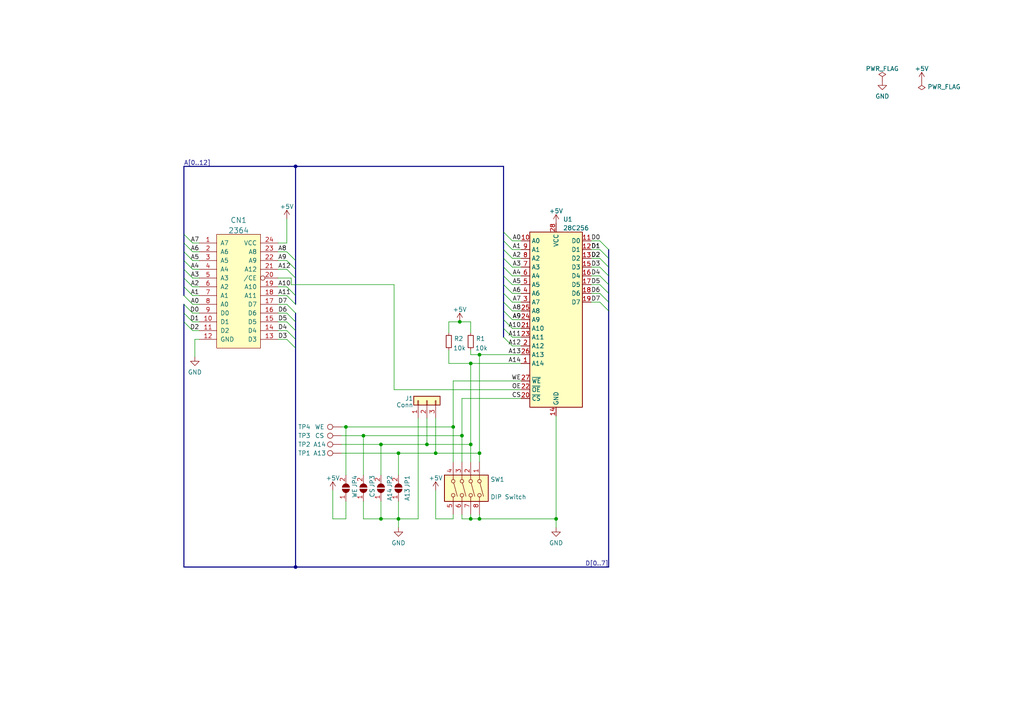
<source format=kicad_sch>
(kicad_sch (version 20211123) (generator eeschema)

  (uuid 76aa52fb-b8e9-482a-aa7b-371e7783e055)

  (paper "A4")

  (title_block
    (title "KERNALquattro")
    (date "2022-05-02")
    (rev "1")
    (company "www.hackup.net")
    (comment 1 "Creative Commons Attribution-NonCommercial-ShareAlike 4.0 International License.")
    (comment 2 "This work is licensed under a")
  )

  (lib_symbols
    (symbol "Connector:TestPoint" (pin_numbers hide) (pin_names (offset 0.762) hide) (in_bom yes) (on_board yes)
      (property "Reference" "TP" (id 0) (at 0 6.858 0)
        (effects (font (size 1.27 1.27)))
      )
      (property "Value" "TestPoint" (id 1) (at 0 5.08 0)
        (effects (font (size 1.27 1.27)))
      )
      (property "Footprint" "" (id 2) (at 5.08 0 0)
        (effects (font (size 1.27 1.27)) hide)
      )
      (property "Datasheet" "~" (id 3) (at 5.08 0 0)
        (effects (font (size 1.27 1.27)) hide)
      )
      (property "ki_keywords" "test point tp" (id 4) (at 0 0 0)
        (effects (font (size 1.27 1.27)) hide)
      )
      (property "ki_description" "test point" (id 5) (at 0 0 0)
        (effects (font (size 1.27 1.27)) hide)
      )
      (property "ki_fp_filters" "Pin* Test*" (id 6) (at 0 0 0)
        (effects (font (size 1.27 1.27)) hide)
      )
      (symbol "TestPoint_0_1"
        (circle (center 0 3.302) (radius 0.762)
          (stroke (width 0) (type default) (color 0 0 0 0))
          (fill (type none))
        )
      )
      (symbol "TestPoint_1_1"
        (pin passive line (at 0 0 90) (length 2.54)
          (name "1" (effects (font (size 1.27 1.27))))
          (number "1" (effects (font (size 1.27 1.27))))
        )
      )
    )
    (symbol "Connector_Generic:Conn_01x03" (pin_names (offset 1.016) hide) (in_bom yes) (on_board yes)
      (property "Reference" "J" (id 0) (at 0 5.08 0)
        (effects (font (size 1.27 1.27)))
      )
      (property "Value" "Conn_01x03" (id 1) (at 0 -5.08 0)
        (effects (font (size 1.27 1.27)))
      )
      (property "Footprint" "" (id 2) (at 0 0 0)
        (effects (font (size 1.27 1.27)) hide)
      )
      (property "Datasheet" "~" (id 3) (at 0 0 0)
        (effects (font (size 1.27 1.27)) hide)
      )
      (property "ki_keywords" "connector" (id 4) (at 0 0 0)
        (effects (font (size 1.27 1.27)) hide)
      )
      (property "ki_description" "Generic connector, single row, 01x03, script generated (kicad-library-utils/schlib/autogen/connector/)" (id 5) (at 0 0 0)
        (effects (font (size 1.27 1.27)) hide)
      )
      (property "ki_fp_filters" "Connector*:*_1x??_*" (id 6) (at 0 0 0)
        (effects (font (size 1.27 1.27)) hide)
      )
      (symbol "Conn_01x03_1_1"
        (rectangle (start -1.27 -2.413) (end 0 -2.667)
          (stroke (width 0.1524) (type default) (color 0 0 0 0))
          (fill (type none))
        )
        (rectangle (start -1.27 0.127) (end 0 -0.127)
          (stroke (width 0.1524) (type default) (color 0 0 0 0))
          (fill (type none))
        )
        (rectangle (start -1.27 2.667) (end 0 2.413)
          (stroke (width 0.1524) (type default) (color 0 0 0 0))
          (fill (type none))
        )
        (rectangle (start -1.27 3.81) (end 1.27 -3.81)
          (stroke (width 0.254) (type default) (color 0 0 0 0))
          (fill (type background))
        )
        (pin passive line (at -5.08 2.54 0) (length 3.81)
          (name "Pin_1" (effects (font (size 1.27 1.27))))
          (number "1" (effects (font (size 1.27 1.27))))
        )
        (pin passive line (at -5.08 0 0) (length 3.81)
          (name "Pin_2" (effects (font (size 1.27 1.27))))
          (number "2" (effects (font (size 1.27 1.27))))
        )
        (pin passive line (at -5.08 -2.54 0) (length 3.81)
          (name "Pin_3" (effects (font (size 1.27 1.27))))
          (number "3" (effects (font (size 1.27 1.27))))
        )
      )
    )
    (symbol "Device:R_Small" (pin_numbers hide) (pin_names (offset 0.254) hide) (in_bom yes) (on_board yes)
      (property "Reference" "R" (id 0) (at 0.762 0.508 0)
        (effects (font (size 1.27 1.27)) (justify left))
      )
      (property "Value" "R_Small" (id 1) (at 0.762 -1.016 0)
        (effects (font (size 1.27 1.27)) (justify left))
      )
      (property "Footprint" "" (id 2) (at 0 0 0)
        (effects (font (size 1.27 1.27)) hide)
      )
      (property "Datasheet" "~" (id 3) (at 0 0 0)
        (effects (font (size 1.27 1.27)) hide)
      )
      (property "ki_keywords" "R resistor" (id 4) (at 0 0 0)
        (effects (font (size 1.27 1.27)) hide)
      )
      (property "ki_description" "Resistor, small symbol" (id 5) (at 0 0 0)
        (effects (font (size 1.27 1.27)) hide)
      )
      (property "ki_fp_filters" "R_*" (id 6) (at 0 0 0)
        (effects (font (size 1.27 1.27)) hide)
      )
      (symbol "R_Small_0_1"
        (rectangle (start -0.762 1.778) (end 0.762 -1.778)
          (stroke (width 0.2032) (type default) (color 0 0 0 0))
          (fill (type none))
        )
      )
      (symbol "R_Small_1_1"
        (pin passive line (at 0 2.54 270) (length 0.762)
          (name "~" (effects (font (size 1.27 1.27))))
          (number "1" (effects (font (size 1.27 1.27))))
        )
        (pin passive line (at 0 -2.54 90) (length 0.762)
          (name "~" (effects (font (size 1.27 1.27))))
          (number "2" (effects (font (size 1.27 1.27))))
        )
      )
    )
    (symbol "Jumper:SolderJumper_2_Open" (pin_names (offset 0) hide) (in_bom yes) (on_board yes)
      (property "Reference" "JP" (id 0) (at 0 2.032 0)
        (effects (font (size 1.27 1.27)))
      )
      (property "Value" "SolderJumper_2_Open" (id 1) (at 0 -2.54 0)
        (effects (font (size 1.27 1.27)))
      )
      (property "Footprint" "" (id 2) (at 0 0 0)
        (effects (font (size 1.27 1.27)) hide)
      )
      (property "Datasheet" "~" (id 3) (at 0 0 0)
        (effects (font (size 1.27 1.27)) hide)
      )
      (property "ki_keywords" "solder jumper SPST" (id 4) (at 0 0 0)
        (effects (font (size 1.27 1.27)) hide)
      )
      (property "ki_description" "Solder Jumper, 2-pole, open" (id 5) (at 0 0 0)
        (effects (font (size 1.27 1.27)) hide)
      )
      (property "ki_fp_filters" "SolderJumper*Open*" (id 6) (at 0 0 0)
        (effects (font (size 1.27 1.27)) hide)
      )
      (symbol "SolderJumper_2_Open_0_1"
        (arc (start -0.254 1.016) (mid -1.27 0) (end -0.254 -1.016)
          (stroke (width 0) (type default) (color 0 0 0 0))
          (fill (type none))
        )
        (arc (start -0.254 1.016) (mid -1.27 0) (end -0.254 -1.016)
          (stroke (width 0) (type default) (color 0 0 0 0))
          (fill (type outline))
        )
        (polyline
          (pts
            (xy -0.254 1.016)
            (xy -0.254 -1.016)
          )
          (stroke (width 0) (type default) (color 0 0 0 0))
          (fill (type none))
        )
        (polyline
          (pts
            (xy 0.254 1.016)
            (xy 0.254 -1.016)
          )
          (stroke (width 0) (type default) (color 0 0 0 0))
          (fill (type none))
        )
        (arc (start 0.254 -1.016) (mid 1.27 0) (end 0.254 1.016)
          (stroke (width 0) (type default) (color 0 0 0 0))
          (fill (type none))
        )
        (arc (start 0.254 -1.016) (mid 1.27 0) (end 0.254 1.016)
          (stroke (width 0) (type default) (color 0 0 0 0))
          (fill (type outline))
        )
      )
      (symbol "SolderJumper_2_Open_1_1"
        (pin passive line (at -3.81 0 0) (length 2.54)
          (name "A" (effects (font (size 1.27 1.27))))
          (number "1" (effects (font (size 1.27 1.27))))
        )
        (pin passive line (at 3.81 0 180) (length 2.54)
          (name "B" (effects (font (size 1.27 1.27))))
          (number "2" (effects (font (size 1.27 1.27))))
        )
      )
    )
    (symbol "Memory_EEPROM:28C256" (in_bom yes) (on_board yes)
      (property "Reference" "U" (id 0) (at -7.62 26.67 0)
        (effects (font (size 1.27 1.27)))
      )
      (property "Value" "28C256" (id 1) (at 2.54 -26.67 0)
        (effects (font (size 1.27 1.27)) (justify left))
      )
      (property "Footprint" "" (id 2) (at 0 0 0)
        (effects (font (size 1.27 1.27)) hide)
      )
      (property "Datasheet" "http://ww1.microchip.com/downloads/en/DeviceDoc/doc0006.pdf" (id 3) (at 0 0 0)
        (effects (font (size 1.27 1.27)) hide)
      )
      (property "ki_keywords" "Parallel EEPROM 256Kb" (id 4) (at 0 0 0)
        (effects (font (size 1.27 1.27)) hide)
      )
      (property "ki_description" "Paged Parallel EEPROM 256Kb (32K x 8), DIP-28/SOIC-28" (id 5) (at 0 0 0)
        (effects (font (size 1.27 1.27)) hide)
      )
      (property "ki_fp_filters" "DIP*W15.24mm* SOIC*7.5x17.9mm*P1.27mm*" (id 6) (at 0 0 0)
        (effects (font (size 1.27 1.27)) hide)
      )
      (symbol "28C256_1_1"
        (rectangle (start -7.62 25.4) (end 7.62 -25.4)
          (stroke (width 0.254) (type default) (color 0 0 0 0))
          (fill (type background))
        )
        (pin input line (at -10.16 -12.7 0) (length 2.54)
          (name "A14" (effects (font (size 1.27 1.27))))
          (number "1" (effects (font (size 1.27 1.27))))
        )
        (pin input line (at -10.16 22.86 0) (length 2.54)
          (name "A0" (effects (font (size 1.27 1.27))))
          (number "10" (effects (font (size 1.27 1.27))))
        )
        (pin tri_state line (at 10.16 22.86 180) (length 2.54)
          (name "D0" (effects (font (size 1.27 1.27))))
          (number "11" (effects (font (size 1.27 1.27))))
        )
        (pin tri_state line (at 10.16 20.32 180) (length 2.54)
          (name "D1" (effects (font (size 1.27 1.27))))
          (number "12" (effects (font (size 1.27 1.27))))
        )
        (pin tri_state line (at 10.16 17.78 180) (length 2.54)
          (name "D2" (effects (font (size 1.27 1.27))))
          (number "13" (effects (font (size 1.27 1.27))))
        )
        (pin power_in line (at 0 -27.94 90) (length 2.54)
          (name "GND" (effects (font (size 1.27 1.27))))
          (number "14" (effects (font (size 1.27 1.27))))
        )
        (pin tri_state line (at 10.16 15.24 180) (length 2.54)
          (name "D3" (effects (font (size 1.27 1.27))))
          (number "15" (effects (font (size 1.27 1.27))))
        )
        (pin tri_state line (at 10.16 12.7 180) (length 2.54)
          (name "D4" (effects (font (size 1.27 1.27))))
          (number "16" (effects (font (size 1.27 1.27))))
        )
        (pin tri_state line (at 10.16 10.16 180) (length 2.54)
          (name "D5" (effects (font (size 1.27 1.27))))
          (number "17" (effects (font (size 1.27 1.27))))
        )
        (pin tri_state line (at 10.16 7.62 180) (length 2.54)
          (name "D6" (effects (font (size 1.27 1.27))))
          (number "18" (effects (font (size 1.27 1.27))))
        )
        (pin tri_state line (at 10.16 5.08 180) (length 2.54)
          (name "D7" (effects (font (size 1.27 1.27))))
          (number "19" (effects (font (size 1.27 1.27))))
        )
        (pin input line (at -10.16 -7.62 0) (length 2.54)
          (name "A12" (effects (font (size 1.27 1.27))))
          (number "2" (effects (font (size 1.27 1.27))))
        )
        (pin input line (at -10.16 -22.86 0) (length 2.54)
          (name "~{CS}" (effects (font (size 1.27 1.27))))
          (number "20" (effects (font (size 1.27 1.27))))
        )
        (pin input line (at -10.16 -2.54 0) (length 2.54)
          (name "A10" (effects (font (size 1.27 1.27))))
          (number "21" (effects (font (size 1.27 1.27))))
        )
        (pin input line (at -10.16 -20.32 0) (length 2.54)
          (name "~{OE}" (effects (font (size 1.27 1.27))))
          (number "22" (effects (font (size 1.27 1.27))))
        )
        (pin input line (at -10.16 -5.08 0) (length 2.54)
          (name "A11" (effects (font (size 1.27 1.27))))
          (number "23" (effects (font (size 1.27 1.27))))
        )
        (pin input line (at -10.16 0 0) (length 2.54)
          (name "A9" (effects (font (size 1.27 1.27))))
          (number "24" (effects (font (size 1.27 1.27))))
        )
        (pin input line (at -10.16 2.54 0) (length 2.54)
          (name "A8" (effects (font (size 1.27 1.27))))
          (number "25" (effects (font (size 1.27 1.27))))
        )
        (pin input line (at -10.16 -10.16 0) (length 2.54)
          (name "A13" (effects (font (size 1.27 1.27))))
          (number "26" (effects (font (size 1.27 1.27))))
        )
        (pin input line (at -10.16 -17.78 0) (length 2.54)
          (name "~{WE}" (effects (font (size 1.27 1.27))))
          (number "27" (effects (font (size 1.27 1.27))))
        )
        (pin power_in line (at 0 27.94 270) (length 2.54)
          (name "VCC" (effects (font (size 1.27 1.27))))
          (number "28" (effects (font (size 1.27 1.27))))
        )
        (pin input line (at -10.16 5.08 0) (length 2.54)
          (name "A7" (effects (font (size 1.27 1.27))))
          (number "3" (effects (font (size 1.27 1.27))))
        )
        (pin input line (at -10.16 7.62 0) (length 2.54)
          (name "A6" (effects (font (size 1.27 1.27))))
          (number "4" (effects (font (size 1.27 1.27))))
        )
        (pin input line (at -10.16 10.16 0) (length 2.54)
          (name "A5" (effects (font (size 1.27 1.27))))
          (number "5" (effects (font (size 1.27 1.27))))
        )
        (pin input line (at -10.16 12.7 0) (length 2.54)
          (name "A4" (effects (font (size 1.27 1.27))))
          (number "6" (effects (font (size 1.27 1.27))))
        )
        (pin input line (at -10.16 15.24 0) (length 2.54)
          (name "A3" (effects (font (size 1.27 1.27))))
          (number "7" (effects (font (size 1.27 1.27))))
        )
        (pin input line (at -10.16 17.78 0) (length 2.54)
          (name "A2" (effects (font (size 1.27 1.27))))
          (number "8" (effects (font (size 1.27 1.27))))
        )
        (pin input line (at -10.16 20.32 0) (length 2.54)
          (name "A1" (effects (font (size 1.27 1.27))))
          (number "9" (effects (font (size 1.27 1.27))))
        )
      )
    )
    (symbol "Switch:SW_DIP_x04" (pin_names (offset 0) hide) (in_bom yes) (on_board yes)
      (property "Reference" "SW" (id 0) (at 0 8.89 0)
        (effects (font (size 1.27 1.27)))
      )
      (property "Value" "SW_DIP_x04" (id 1) (at 0 -6.35 0)
        (effects (font (size 1.27 1.27)))
      )
      (property "Footprint" "" (id 2) (at 0 0 0)
        (effects (font (size 1.27 1.27)) hide)
      )
      (property "Datasheet" "~" (id 3) (at 0 0 0)
        (effects (font (size 1.27 1.27)) hide)
      )
      (property "ki_keywords" "dip switch" (id 4) (at 0 0 0)
        (effects (font (size 1.27 1.27)) hide)
      )
      (property "ki_description" "4x DIP Switch, Single Pole Single Throw (SPST) switch, small symbol" (id 5) (at 0 0 0)
        (effects (font (size 1.27 1.27)) hide)
      )
      (property "ki_fp_filters" "SW?DIP?x4*" (id 6) (at 0 0 0)
        (effects (font (size 1.27 1.27)) hide)
      )
      (symbol "SW_DIP_x04_0_0"
        (circle (center -2.032 -2.54) (radius 0.508)
          (stroke (width 0) (type default) (color 0 0 0 0))
          (fill (type none))
        )
        (circle (center -2.032 0) (radius 0.508)
          (stroke (width 0) (type default) (color 0 0 0 0))
          (fill (type none))
        )
        (circle (center -2.032 2.54) (radius 0.508)
          (stroke (width 0) (type default) (color 0 0 0 0))
          (fill (type none))
        )
        (circle (center -2.032 5.08) (radius 0.508)
          (stroke (width 0) (type default) (color 0 0 0 0))
          (fill (type none))
        )
        (polyline
          (pts
            (xy -1.524 -2.3876)
            (xy 2.3622 -1.3462)
          )
          (stroke (width 0) (type default) (color 0 0 0 0))
          (fill (type none))
        )
        (polyline
          (pts
            (xy -1.524 0.127)
            (xy 2.3622 1.1684)
          )
          (stroke (width 0) (type default) (color 0 0 0 0))
          (fill (type none))
        )
        (polyline
          (pts
            (xy -1.524 2.667)
            (xy 2.3622 3.7084)
          )
          (stroke (width 0) (type default) (color 0 0 0 0))
          (fill (type none))
        )
        (polyline
          (pts
            (xy -1.524 5.207)
            (xy 2.3622 6.2484)
          )
          (stroke (width 0) (type default) (color 0 0 0 0))
          (fill (type none))
        )
        (circle (center 2.032 -2.54) (radius 0.508)
          (stroke (width 0) (type default) (color 0 0 0 0))
          (fill (type none))
        )
        (circle (center 2.032 0) (radius 0.508)
          (stroke (width 0) (type default) (color 0 0 0 0))
          (fill (type none))
        )
        (circle (center 2.032 2.54) (radius 0.508)
          (stroke (width 0) (type default) (color 0 0 0 0))
          (fill (type none))
        )
        (circle (center 2.032 5.08) (radius 0.508)
          (stroke (width 0) (type default) (color 0 0 0 0))
          (fill (type none))
        )
      )
      (symbol "SW_DIP_x04_0_1"
        (rectangle (start -3.81 7.62) (end 3.81 -5.08)
          (stroke (width 0.254) (type default) (color 0 0 0 0))
          (fill (type background))
        )
      )
      (symbol "SW_DIP_x04_1_1"
        (pin passive line (at -7.62 5.08 0) (length 5.08)
          (name "~" (effects (font (size 1.27 1.27))))
          (number "1" (effects (font (size 1.27 1.27))))
        )
        (pin passive line (at -7.62 2.54 0) (length 5.08)
          (name "~" (effects (font (size 1.27 1.27))))
          (number "2" (effects (font (size 1.27 1.27))))
        )
        (pin passive line (at -7.62 0 0) (length 5.08)
          (name "~" (effects (font (size 1.27 1.27))))
          (number "3" (effects (font (size 1.27 1.27))))
        )
        (pin passive line (at -7.62 -2.54 0) (length 5.08)
          (name "~" (effects (font (size 1.27 1.27))))
          (number "4" (effects (font (size 1.27 1.27))))
        )
        (pin passive line (at 7.62 -2.54 180) (length 5.08)
          (name "~" (effects (font (size 1.27 1.27))))
          (number "5" (effects (font (size 1.27 1.27))))
        )
        (pin passive line (at 7.62 0 180) (length 5.08)
          (name "~" (effects (font (size 1.27 1.27))))
          (number "6" (effects (font (size 1.27 1.27))))
        )
        (pin passive line (at 7.62 2.54 180) (length 5.08)
          (name "~" (effects (font (size 1.27 1.27))))
          (number "7" (effects (font (size 1.27 1.27))))
        )
        (pin passive line (at 7.62 5.08 180) (length 5.08)
          (name "~" (effects (font (size 1.27 1.27))))
          (number "8" (effects (font (size 1.27 1.27))))
        )
      )
    )
    (symbol "hackup:2364" (pin_names (offset 1.016)) (in_bom yes) (on_board yes)
      (property "Reference" "U" (id 0) (at 0 -17.78 0)
        (effects (font (size 1.524 1.524)))
      )
      (property "Value" "2364" (id 1) (at 0 17.78 0)
        (effects (font (size 1.524 1.524)))
      )
      (property "Footprint" "" (id 2) (at 0 17.78 0)
        (effects (font (size 1.524 1.524)) hide)
      )
      (property "Datasheet" "" (id 3) (at 0 17.78 0)
        (effects (font (size 1.524 1.524)) hide)
      )
      (symbol "2364_0_1"
        (rectangle (start -6.35 16.51) (end 6.35 -16.51)
          (stroke (width 0) (type default) (color 0 0 0 0))
          (fill (type background))
        )
        (pin tri_state line (at 11.43 -8.89 180) (length 5.08)
          (name "D5" (effects (font (size 1.27 1.27))))
          (number "15" (effects (font (size 1.27 1.27))))
        )
        (pin tri_state line (at 11.43 -6.35 180) (length 5.08)
          (name "D6" (effects (font (size 1.27 1.27))))
          (number "16" (effects (font (size 1.27 1.27))))
        )
        (pin tri_state line (at 11.43 -3.81 180) (length 5.08)
          (name "D7" (effects (font (size 1.27 1.27))))
          (number "17" (effects (font (size 1.27 1.27))))
        )
        (pin input line (at 11.43 -1.27 180) (length 5.08)
          (name "A11" (effects (font (size 1.27 1.27))))
          (number "18" (effects (font (size 1.27 1.27))))
        )
        (pin input line (at 11.43 1.27 180) (length 5.08)
          (name "A10" (effects (font (size 1.27 1.27))))
          (number "19" (effects (font (size 1.27 1.27))))
        )
        (pin input inverted (at 11.43 3.81 180) (length 5.08)
          (name "/CE" (effects (font (size 1.27 1.27))))
          (number "20" (effects (font (size 1.27 1.27))))
        )
        (pin input line (at 11.43 6.35 180) (length 5.08)
          (name "A12" (effects (font (size 1.27 1.27))))
          (number "21" (effects (font (size 1.27 1.27))))
        )
        (pin input line (at 11.43 8.89 180) (length 5.08)
          (name "A9" (effects (font (size 1.27 1.27))))
          (number "22" (effects (font (size 1.27 1.27))))
        )
        (pin input line (at 11.43 11.43 180) (length 5.08)
          (name "A8" (effects (font (size 1.27 1.27))))
          (number "23" (effects (font (size 1.27 1.27))))
        )
        (pin power_in line (at 11.43 13.97 180) (length 5.08)
          (name "VCC" (effects (font (size 1.27 1.27))))
          (number "24" (effects (font (size 1.27 1.27))))
        )
      )
      (symbol "2364_1_1"
        (pin input line (at -11.43 13.97 0) (length 5.08)
          (name "A7" (effects (font (size 1.27 1.27))))
          (number "1" (effects (font (size 1.27 1.27))))
        )
        (pin tri_state line (at -11.43 -8.89 0) (length 5.08)
          (name "D1" (effects (font (size 1.27 1.27))))
          (number "10" (effects (font (size 1.27 1.27))))
        )
        (pin tri_state line (at -11.43 -11.43 0) (length 5.08)
          (name "D2" (effects (font (size 1.27 1.27))))
          (number "11" (effects (font (size 1.27 1.27))))
        )
        (pin power_in line (at -11.43 -13.97 0) (length 5.08)
          (name "GND" (effects (font (size 1.27 1.27))))
          (number "12" (effects (font (size 1.27 1.27))))
        )
        (pin tri_state line (at 11.43 -13.97 180) (length 5.08)
          (name "D3" (effects (font (size 1.27 1.27))))
          (number "13" (effects (font (size 1.27 1.27))))
        )
        (pin tri_state line (at 11.43 -11.43 180) (length 5.08)
          (name "D4" (effects (font (size 1.27 1.27))))
          (number "14" (effects (font (size 1.27 1.27))))
        )
        (pin input line (at -11.43 11.43 0) (length 5.08)
          (name "A6" (effects (font (size 1.27 1.27))))
          (number "2" (effects (font (size 1.27 1.27))))
        )
        (pin input line (at -11.43 8.89 0) (length 5.08)
          (name "A5" (effects (font (size 1.27 1.27))))
          (number "3" (effects (font (size 1.27 1.27))))
        )
        (pin input line (at -11.43 6.35 0) (length 5.08)
          (name "A4" (effects (font (size 1.27 1.27))))
          (number "4" (effects (font (size 1.27 1.27))))
        )
        (pin input line (at -11.43 3.81 0) (length 5.08)
          (name "A3" (effects (font (size 1.27 1.27))))
          (number "5" (effects (font (size 1.27 1.27))))
        )
        (pin input line (at -11.43 1.27 0) (length 5.08)
          (name "A2" (effects (font (size 1.27 1.27))))
          (number "6" (effects (font (size 1.27 1.27))))
        )
        (pin input line (at -11.43 -1.27 0) (length 5.08)
          (name "A1" (effects (font (size 1.27 1.27))))
          (number "7" (effects (font (size 1.27 1.27))))
        )
        (pin input line (at -11.43 -3.81 0) (length 5.08)
          (name "A0" (effects (font (size 1.27 1.27))))
          (number "8" (effects (font (size 1.27 1.27))))
        )
        (pin tri_state line (at -11.43 -6.35 0) (length 5.08)
          (name "D0" (effects (font (size 1.27 1.27))))
          (number "9" (effects (font (size 1.27 1.27))))
        )
      )
    )
    (symbol "power:+5V" (power) (pin_names (offset 0)) (in_bom yes) (on_board yes)
      (property "Reference" "#PWR" (id 0) (at 0 -3.81 0)
        (effects (font (size 1.27 1.27)) hide)
      )
      (property "Value" "+5V" (id 1) (at 0 3.556 0)
        (effects (font (size 1.27 1.27)))
      )
      (property "Footprint" "" (id 2) (at 0 0 0)
        (effects (font (size 1.27 1.27)) hide)
      )
      (property "Datasheet" "" (id 3) (at 0 0 0)
        (effects (font (size 1.27 1.27)) hide)
      )
      (property "ki_keywords" "power-flag" (id 4) (at 0 0 0)
        (effects (font (size 1.27 1.27)) hide)
      )
      (property "ki_description" "Power symbol creates a global label with name \"+5V\"" (id 5) (at 0 0 0)
        (effects (font (size 1.27 1.27)) hide)
      )
      (symbol "+5V_0_1"
        (polyline
          (pts
            (xy -0.762 1.27)
            (xy 0 2.54)
          )
          (stroke (width 0) (type default) (color 0 0 0 0))
          (fill (type none))
        )
        (polyline
          (pts
            (xy 0 0)
            (xy 0 2.54)
          )
          (stroke (width 0) (type default) (color 0 0 0 0))
          (fill (type none))
        )
        (polyline
          (pts
            (xy 0 2.54)
            (xy 0.762 1.27)
          )
          (stroke (width 0) (type default) (color 0 0 0 0))
          (fill (type none))
        )
      )
      (symbol "+5V_1_1"
        (pin power_in line (at 0 0 90) (length 0) hide
          (name "+5V" (effects (font (size 1.27 1.27))))
          (number "1" (effects (font (size 1.27 1.27))))
        )
      )
    )
    (symbol "power:GND" (power) (pin_names (offset 0)) (in_bom yes) (on_board yes)
      (property "Reference" "#PWR" (id 0) (at 0 -6.35 0)
        (effects (font (size 1.27 1.27)) hide)
      )
      (property "Value" "GND" (id 1) (at 0 -3.81 0)
        (effects (font (size 1.27 1.27)))
      )
      (property "Footprint" "" (id 2) (at 0 0 0)
        (effects (font (size 1.27 1.27)) hide)
      )
      (property "Datasheet" "" (id 3) (at 0 0 0)
        (effects (font (size 1.27 1.27)) hide)
      )
      (property "ki_keywords" "power-flag" (id 4) (at 0 0 0)
        (effects (font (size 1.27 1.27)) hide)
      )
      (property "ki_description" "Power symbol creates a global label with name \"GND\" , ground" (id 5) (at 0 0 0)
        (effects (font (size 1.27 1.27)) hide)
      )
      (symbol "GND_0_1"
        (polyline
          (pts
            (xy 0 0)
            (xy 0 -1.27)
            (xy 1.27 -1.27)
            (xy 0 -2.54)
            (xy -1.27 -1.27)
            (xy 0 -1.27)
          )
          (stroke (width 0) (type default) (color 0 0 0 0))
          (fill (type none))
        )
      )
      (symbol "GND_1_1"
        (pin power_in line (at 0 0 270) (length 0) hide
          (name "GND" (effects (font (size 1.27 1.27))))
          (number "1" (effects (font (size 1.27 1.27))))
        )
      )
    )
    (symbol "power:PWR_FLAG" (power) (pin_numbers hide) (pin_names (offset 0) hide) (in_bom yes) (on_board yes)
      (property "Reference" "#FLG" (id 0) (at 0 1.905 0)
        (effects (font (size 1.27 1.27)) hide)
      )
      (property "Value" "PWR_FLAG" (id 1) (at 0 3.81 0)
        (effects (font (size 1.27 1.27)))
      )
      (property "Footprint" "" (id 2) (at 0 0 0)
        (effects (font (size 1.27 1.27)) hide)
      )
      (property "Datasheet" "~" (id 3) (at 0 0 0)
        (effects (font (size 1.27 1.27)) hide)
      )
      (property "ki_keywords" "power-flag" (id 4) (at 0 0 0)
        (effects (font (size 1.27 1.27)) hide)
      )
      (property "ki_description" "Special symbol for telling ERC where power comes from" (id 5) (at 0 0 0)
        (effects (font (size 1.27 1.27)) hide)
      )
      (symbol "PWR_FLAG_0_0"
        (pin power_out line (at 0 0 90) (length 0)
          (name "pwr" (effects (font (size 1.27 1.27))))
          (number "1" (effects (font (size 1.27 1.27))))
        )
      )
      (symbol "PWR_FLAG_0_1"
        (polyline
          (pts
            (xy 0 0)
            (xy 0 1.27)
            (xy -1.016 1.905)
            (xy 0 2.54)
            (xy 1.016 1.905)
            (xy 0 1.27)
          )
          (stroke (width 0) (type default) (color 0 0 0 0))
          (fill (type none))
        )
      )
    )
  )

  (junction (at 85.725 164.465) (diameter 0) (color 0 0 0 0)
    (uuid 1ca03430-7fdf-4982-a56a-2f493eeda440)
  )
  (junction (at 115.57 150.495) (diameter 0) (color 0 0 0 0)
    (uuid 237605ed-39fb-4645-9f1c-2e98a2d987f6)
  )
  (junction (at 139.065 150.495) (diameter 0) (color 0 0 0 0)
    (uuid 3117b1fb-0766-424a-8081-be67108389a7)
  )
  (junction (at 161.29 150.495) (diameter 0) (color 0 0 0 0)
    (uuid 32a12a21-443e-4728-927f-c4e38170867f)
  )
  (junction (at 126.365 131.445) (diameter 0) (color 0 0 0 0)
    (uuid 3b082832-406c-4e6a-a26f-43f98f9eeebc)
  )
  (junction (at 105.41 126.365) (diameter 0) (color 0 0 0 0)
    (uuid 4357f182-60a9-4806-a49c-0e8776579734)
  )
  (junction (at 139.065 131.445) (diameter 0) (color 0 0 0 0)
    (uuid 62364d54-d435-4b07-9aed-bd547e8774de)
  )
  (junction (at 136.525 150.495) (diameter 0) (color 0 0 0 0)
    (uuid 72779b5b-f2fd-4df5-ac4d-9e1d0cb3e47b)
  )
  (junction (at 136.525 128.905) (diameter 0) (color 0 0 0 0)
    (uuid 85e12c53-8869-4d07-a3a3-7fa0eba30972)
  )
  (junction (at 115.57 131.445) (diameter 0) (color 0 0 0 0)
    (uuid 8f32b9ff-e70c-46b7-b957-1300412003d7)
  )
  (junction (at 133.985 126.365) (diameter 0) (color 0 0 0 0)
    (uuid 91646657-7013-4a0b-a792-e906e8cac255)
  )
  (junction (at 100.33 123.825) (diameter 0) (color 0 0 0 0)
    (uuid 95f82ad8-143d-4129-8c31-f790de4d8c35)
  )
  (junction (at 133.35 93.345) (diameter 0) (color 0 0 0 0)
    (uuid 9d97c8c1-da3e-4022-9fef-50ec121af461)
  )
  (junction (at 139.065 102.87) (diameter 0) (color 0 0 0 0)
    (uuid a00f721e-438b-42e1-87b1-40f408938699)
  )
  (junction (at 85.725 48.26) (diameter 0) (color 0 0 0 0)
    (uuid a4bca768-a3d0-439c-adf5-c74e4027cc5b)
  )
  (junction (at 136.525 105.41) (diameter 0) (color 0 0 0 0)
    (uuid aa65f1ba-e2f5-4a1f-b4ec-9761f54bf4bc)
  )
  (junction (at 123.825 128.905) (diameter 0) (color 0 0 0 0)
    (uuid b16ec400-5215-407b-b9e0-c2453c6f4285)
  )
  (junction (at 110.49 150.495) (diameter 0) (color 0 0 0 0)
    (uuid c10245be-8ee9-4cf4-adde-bf633c64b6dd)
  )
  (junction (at 131.445 123.825) (diameter 0) (color 0 0 0 0)
    (uuid f1fa5e14-fb03-4da1-ac79-fe178f707db7)
  )
  (junction (at 110.49 128.905) (diameter 0) (color 0 0 0 0)
    (uuid f7586b52-e6ac-404f-b7a7-293a53c58646)
  )

  (bus_entry (at 146.05 92.71) (size 2.54 2.54)
    (stroke (width 0) (type default) (color 0 0 0 0))
    (uuid 067e7aa1-5ee2-436d-bbc1-2954d63686df)
  )
  (bus_entry (at 53.34 85.725) (size 2.54 2.54)
    (stroke (width 0) (type default) (color 0 0 0 0))
    (uuid 0b73969b-f9e9-4936-ab87-2fc0bf9d35dd)
  )
  (bus_entry (at 83.185 85.725) (size 2.54 2.54)
    (stroke (width 0) (type default) (color 0 0 0 0))
    (uuid 118b64cb-3c9d-449b-a053-4abf858ab411)
  )
  (bus_entry (at 83.185 98.425) (size 2.54 2.54)
    (stroke (width 0) (type default) (color 0 0 0 0))
    (uuid 16725c7e-4a13-4888-86a1-e51add16def4)
  )
  (bus_entry (at 173.99 77.47) (size 2.54 2.54)
    (stroke (width 0) (type default) (color 0 0 0 0))
    (uuid 282fd1ae-a2bb-4c1c-a1ff-39fd631ca843)
  )
  (bus_entry (at 146.05 67.31) (size 2.54 2.54)
    (stroke (width 0) (type default) (color 0 0 0 0))
    (uuid 30eb79bc-dcf7-4254-a5a3-7c3e5ffc9cc9)
  )
  (bus_entry (at 53.34 73.025) (size 2.54 2.54)
    (stroke (width 0) (type default) (color 0 0 0 0))
    (uuid 33cccd06-ec0e-42de-bcda-09ca22cdb19e)
  )
  (bus_entry (at 146.05 82.55) (size 2.54 2.54)
    (stroke (width 0) (type default) (color 0 0 0 0))
    (uuid 36786663-8a67-44a9-b0d9-1e247758b231)
  )
  (bus_entry (at 146.05 77.47) (size 2.54 2.54)
    (stroke (width 0) (type default) (color 0 0 0 0))
    (uuid 3bb54a82-02ab-4c63-be7e-733b6303aa00)
  )
  (bus_entry (at 146.05 69.85) (size 2.54 2.54)
    (stroke (width 0) (type default) (color 0 0 0 0))
    (uuid 3d9cf7be-0d31-4e5b-8189-c6c3e6205154)
  )
  (bus_entry (at 83.185 90.805) (size 2.54 2.54)
    (stroke (width 0) (type default) (color 0 0 0 0))
    (uuid 405ed23a-3356-4c01-82fd-13b879881ac5)
  )
  (bus_entry (at 173.99 85.09) (size 2.54 2.54)
    (stroke (width 0) (type default) (color 0 0 0 0))
    (uuid 44da7b57-ff48-4745-a6af-8696214d4ba7)
  )
  (bus_entry (at 146.05 85.09) (size 2.54 2.54)
    (stroke (width 0) (type default) (color 0 0 0 0))
    (uuid 470dcc9d-e306-42b8-ab4e-21975e0d95f1)
  )
  (bus_entry (at 146.05 72.39) (size 2.54 2.54)
    (stroke (width 0) (type default) (color 0 0 0 0))
    (uuid 4ea82744-5d50-44b6-b8a0-c53bd2a4dd2b)
  )
  (bus_entry (at 83.185 93.345) (size 2.54 2.54)
    (stroke (width 0) (type default) (color 0 0 0 0))
    (uuid 50bc83da-fc06-4a21-abe5-21aaa9da6720)
  )
  (bus_entry (at 146.05 97.79) (size 2.54 2.54)
    (stroke (width 0) (type default) (color 0 0 0 0))
    (uuid 55f95be2-366c-4d1f-80e7-7ba89d14ba36)
  )
  (bus_entry (at 53.34 80.645) (size 2.54 2.54)
    (stroke (width 0) (type default) (color 0 0 0 0))
    (uuid 56c61072-2b11-41ee-ad52-41ffc9ea5dd0)
  )
  (bus_entry (at 53.34 78.105) (size 2.54 2.54)
    (stroke (width 0) (type default) (color 0 0 0 0))
    (uuid 5c8c8f8d-b239-46fb-abae-ea247f813e67)
  )
  (bus_entry (at 53.34 93.345) (size 2.54 2.54)
    (stroke (width 0) (type default) (color 0 0 0 0))
    (uuid 5fae9744-7867-4ff7-b556-cc8d15158ca0)
  )
  (bus_entry (at 53.34 83.185) (size 2.54 2.54)
    (stroke (width 0) (type default) (color 0 0 0 0))
    (uuid 637a3657-e868-47bd-864f-ef786d3f4c09)
  )
  (bus_entry (at 83.185 88.265) (size 2.54 2.54)
    (stroke (width 0) (type default) (color 0 0 0 0))
    (uuid 666e44e8-c8c7-4081-9107-93315a545c28)
  )
  (bus_entry (at 146.05 90.17) (size 2.54 2.54)
    (stroke (width 0) (type default) (color 0 0 0 0))
    (uuid 6c24f885-2e70-443b-ae08-b635ce0bf4d5)
  )
  (bus_entry (at 53.34 88.265) (size 2.54 2.54)
    (stroke (width 0) (type default) (color 0 0 0 0))
    (uuid 7a67f5fd-6b07-4145-b288-46786afcbd3c)
  )
  (bus_entry (at 146.05 80.01) (size 2.54 2.54)
    (stroke (width 0) (type default) (color 0 0 0 0))
    (uuid 83b7032a-7eaf-4f9e-80fc-8b3f8ae9dabd)
  )
  (bus_entry (at 146.05 74.93) (size 2.54 2.54)
    (stroke (width 0) (type default) (color 0 0 0 0))
    (uuid 8924b9eb-f1c1-44df-ba0a-594363c172f9)
  )
  (bus_entry (at 53.34 75.565) (size 2.54 2.54)
    (stroke (width 0) (type default) (color 0 0 0 0))
    (uuid 9591ecd0-f9dd-493c-9190-dd2aff96397d)
  )
  (bus_entry (at 53.34 67.945) (size 2.54 2.54)
    (stroke (width 0) (type default) (color 0 0 0 0))
    (uuid 9b2d4900-981b-4ee7-855e-e85e1a20aa8a)
  )
  (bus_entry (at 173.99 87.63) (size 2.54 2.54)
    (stroke (width 0) (type default) (color 0 0 0 0))
    (uuid 9d790d0c-f0a6-41bc-ad61-7a0795580196)
  )
  (bus_entry (at 173.99 80.01) (size 2.54 2.54)
    (stroke (width 0) (type default) (color 0 0 0 0))
    (uuid a3d15c6d-c9d0-4c04-b830-650cf9c2134a)
  )
  (bus_entry (at 83.185 83.185) (size 2.54 2.54)
    (stroke (width 0) (type default) (color 0 0 0 0))
    (uuid ae664a88-8a11-4084-a5bc-c9f4938015ed)
  )
  (bus_entry (at 53.34 70.485) (size 2.54 2.54)
    (stroke (width 0) (type default) (color 0 0 0 0))
    (uuid b2f35f23-8935-41aa-9058-8c6490169397)
  )
  (bus_entry (at 146.05 87.63) (size 2.54 2.54)
    (stroke (width 0) (type default) (color 0 0 0 0))
    (uuid bd2453a7-6053-44af-81e6-812711d8e38d)
  )
  (bus_entry (at 83.185 95.885) (size 2.54 2.54)
    (stroke (width 0) (type default) (color 0 0 0 0))
    (uuid d6dd1214-120a-4701-bc3e-8a29540e668b)
  )
  (bus_entry (at 173.99 72.39) (size 2.54 2.54)
    (stroke (width 0) (type default) (color 0 0 0 0))
    (uuid dbe625da-d302-40b4-92ba-844523f9a4eb)
  )
  (bus_entry (at 146.05 95.25) (size 2.54 2.54)
    (stroke (width 0) (type default) (color 0 0 0 0))
    (uuid e4c0aeb7-ce2f-4a94-a2bb-f3a0852c650e)
  )
  (bus_entry (at 173.99 69.85) (size 2.54 2.54)
    (stroke (width 0) (type default) (color 0 0 0 0))
    (uuid e847c12d-9748-48d8-8f06-622263ea82c6)
  )
  (bus_entry (at 53.34 90.805) (size 2.54 2.54)
    (stroke (width 0) (type default) (color 0 0 0 0))
    (uuid ea1940fe-6544-4400-8a99-fe4427ad7b34)
  )
  (bus_entry (at 83.185 73.025) (size 2.54 2.54)
    (stroke (width 0) (type default) (color 0 0 0 0))
    (uuid ec505998-69ed-4ced-8361-67e04f1f69b0)
  )
  (bus_entry (at 83.185 78.105) (size 2.54 2.54)
    (stroke (width 0) (type default) (color 0 0 0 0))
    (uuid ef5d468a-f92a-4067-9e2a-9df2e120921a)
  )
  (bus_entry (at 83.185 75.565) (size 2.54 2.54)
    (stroke (width 0) (type default) (color 0 0 0 0))
    (uuid f8df3ebb-3180-48dc-8dfa-7a2859e0a815)
  )
  (bus_entry (at 173.99 82.55) (size 2.54 2.54)
    (stroke (width 0) (type default) (color 0 0 0 0))
    (uuid f97cf737-eafb-41f1-b412-8d6d532a2959)
  )
  (bus_entry (at 173.99 74.93) (size 2.54 2.54)
    (stroke (width 0) (type default) (color 0 0 0 0))
    (uuid fd771dae-7063-45f9-a46f-9eeaa953e1dc)
  )

  (wire (pts (xy 110.49 150.495) (xy 105.41 150.495))
    (stroke (width 0) (type default) (color 0 0 0 0))
    (uuid 002b2483-c085-4b5d-b830-4a36913e7aef)
  )
  (bus (pts (xy 146.05 95.25) (xy 146.05 97.79))
    (stroke (width 0) (type default) (color 0 0 0 0))
    (uuid 032b5930-9f43-4f71-b15a-e358e70d6548)
  )
  (bus (pts (xy 85.725 100.965) (xy 85.725 164.465))
    (stroke (width 0) (type default) (color 0 0 0 0))
    (uuid 0363a42f-99e7-494b-90e4-f58a82809267)
  )
  (bus (pts (xy 146.05 82.55) (xy 146.05 85.09))
    (stroke (width 0) (type default) (color 0 0 0 0))
    (uuid 043612a1-d17c-45ee-915c-70124cdc5b67)
  )

  (wire (pts (xy 110.49 150.495) (xy 110.49 145.415))
    (stroke (width 0) (type default) (color 0 0 0 0))
    (uuid 05e88178-b95a-4501-93fe-9949f7d7e568)
  )
  (wire (pts (xy 148.59 72.39) (xy 151.13 72.39))
    (stroke (width 0) (type default) (color 0 0 0 0))
    (uuid 0607e1d1-c59a-47e0-9c6d-d5c83ea68a55)
  )
  (wire (pts (xy 80.645 75.565) (xy 83.185 75.565))
    (stroke (width 0) (type default) (color 0 0 0 0))
    (uuid 099c147a-d824-4fc4-82e0-982de2856dbb)
  )
  (wire (pts (xy 110.49 128.905) (xy 123.825 128.905))
    (stroke (width 0) (type default) (color 0 0 0 0))
    (uuid 09c723d4-a214-4781-a30c-09fb01abe793)
  )
  (wire (pts (xy 133.985 126.365) (xy 133.985 133.985))
    (stroke (width 0) (type default) (color 0 0 0 0))
    (uuid 0addd06e-c691-4579-86a0-eb30191c22fb)
  )
  (wire (pts (xy 133.985 115.57) (xy 133.985 126.365))
    (stroke (width 0) (type default) (color 0 0 0 0))
    (uuid 0d9ed097-083a-4ca8-98b5-f60a4c12b058)
  )
  (wire (pts (xy 83.185 70.485) (xy 83.185 63.5))
    (stroke (width 0) (type default) (color 0 0 0 0))
    (uuid 0e1b3bcf-c5b7-4028-a3f2-2b71738a393f)
  )
  (wire (pts (xy 100.33 123.825) (xy 131.445 123.825))
    (stroke (width 0) (type default) (color 0 0 0 0))
    (uuid 0e289c4e-a191-4faf-b624-1f4b65b2af34)
  )
  (bus (pts (xy 176.53 72.39) (xy 176.53 74.93))
    (stroke (width 0) (type default) (color 0 0 0 0))
    (uuid 1462f777-a0fc-47a3-8f86-9ed4702270a1)
  )

  (wire (pts (xy 161.29 150.495) (xy 161.29 153.035))
    (stroke (width 0) (type default) (color 0 0 0 0))
    (uuid 1621b3c8-3bd2-4f88-82f2-53243d004216)
  )
  (wire (pts (xy 100.33 145.415) (xy 100.33 150.495))
    (stroke (width 0) (type default) (color 0 0 0 0))
    (uuid 17ff0f97-5523-46e3-99b8-90e97fcf5628)
  )
  (wire (pts (xy 171.45 74.93) (xy 173.99 74.93))
    (stroke (width 0) (type default) (color 0 0 0 0))
    (uuid 187af1fb-ac5b-48de-b062-f5993db2d462)
  )
  (bus (pts (xy 146.05 72.39) (xy 146.05 74.93))
    (stroke (width 0) (type default) (color 0 0 0 0))
    (uuid 19206ff4-6667-4542-837f-92eeee20b0a5)
  )

  (wire (pts (xy 96.52 150.495) (xy 96.52 142.24))
    (stroke (width 0) (type default) (color 0 0 0 0))
    (uuid 1b6c3810-6ff6-4569-990e-3725ff8cb5a0)
  )
  (bus (pts (xy 176.53 90.17) (xy 176.53 164.465))
    (stroke (width 0) (type default) (color 0 0 0 0))
    (uuid 21836c76-a3eb-4ade-b228-169563313760)
  )

  (wire (pts (xy 126.365 121.285) (xy 126.365 131.445))
    (stroke (width 0) (type default) (color 0 0 0 0))
    (uuid 221b91f4-1d1c-4401-b1c5-6ad6ad5bf482)
  )
  (bus (pts (xy 53.34 90.805) (xy 53.34 93.345))
    (stroke (width 0) (type default) (color 0 0 0 0))
    (uuid 23f83e9a-bd48-4491-a9d1-47d5abc4a33b)
  )

  (wire (pts (xy 139.065 131.445) (xy 139.065 133.985))
    (stroke (width 0) (type default) (color 0 0 0 0))
    (uuid 26496f0d-e2f5-4af2-894f-b64393ae51ae)
  )
  (wire (pts (xy 55.88 88.265) (xy 57.785 88.265))
    (stroke (width 0) (type default) (color 0 0 0 0))
    (uuid 27aa52c3-e3b0-4ae0-9ed8-459320b5c680)
  )
  (wire (pts (xy 100.33 150.495) (xy 96.52 150.495))
    (stroke (width 0) (type default) (color 0 0 0 0))
    (uuid 27dcc9a5-e02e-4ac9-9319-8903b48a5271)
  )
  (wire (pts (xy 115.57 150.495) (xy 110.49 150.495))
    (stroke (width 0) (type default) (color 0 0 0 0))
    (uuid 280b5aa7-140b-46ed-896b-75f36e1a2981)
  )
  (wire (pts (xy 80.645 85.725) (xy 83.185 85.725))
    (stroke (width 0) (type default) (color 0 0 0 0))
    (uuid 28967337-9f07-43ab-aefc-b81dbd65e1d1)
  )
  (wire (pts (xy 80.645 70.485) (xy 83.185 70.485))
    (stroke (width 0) (type default) (color 0 0 0 0))
    (uuid 28b95697-30fc-4390-a54e-379ee44ede65)
  )
  (bus (pts (xy 146.05 77.47) (xy 146.05 80.01))
    (stroke (width 0) (type default) (color 0 0 0 0))
    (uuid 2943db9e-be11-4e24-b447-17d05f0d40b3)
  )

  (wire (pts (xy 121.285 121.285) (xy 121.285 150.495))
    (stroke (width 0) (type default) (color 0 0 0 0))
    (uuid 2a356e03-657b-4bce-90f8-b55920cc80d9)
  )
  (wire (pts (xy 130.175 93.345) (xy 130.175 96.52))
    (stroke (width 0) (type default) (color 0 0 0 0))
    (uuid 2ac6ae57-8cc5-4dd1-9916-bdca7959fc07)
  )
  (bus (pts (xy 85.725 48.26) (xy 146.05 48.26))
    (stroke (width 0) (type default) (color 0 0 0 0))
    (uuid 2bef358f-b495-486e-a197-9f6a2b9d43bb)
  )
  (bus (pts (xy 53.34 70.485) (xy 53.34 67.945))
    (stroke (width 0) (type default) (color 0 0 0 0))
    (uuid 2cffd50b-5dbe-48ee-9a93-a6dacab9614a)
  )
  (bus (pts (xy 53.34 67.945) (xy 53.34 48.26))
    (stroke (width 0) (type default) (color 0 0 0 0))
    (uuid 2d9affb5-cbf2-4e94-bfae-7e7b94ff98cb)
  )
  (bus (pts (xy 146.05 69.85) (xy 146.05 72.39))
    (stroke (width 0) (type default) (color 0 0 0 0))
    (uuid 2f1cba93-07c3-40aa-a3a0-bca752028e6d)
  )

  (wire (pts (xy 114.3 113.03) (xy 151.13 113.03))
    (stroke (width 0) (type default) (color 0 0 0 0))
    (uuid 31bf73f8-5ead-4618-bd11-6325766f2985)
  )
  (bus (pts (xy 85.725 75.565) (xy 85.725 78.105))
    (stroke (width 0) (type default) (color 0 0 0 0))
    (uuid 31f0e959-3d06-4716-a672-da205573bb35)
  )

  (wire (pts (xy 55.88 73.025) (xy 57.785 73.025))
    (stroke (width 0) (type default) (color 0 0 0 0))
    (uuid 3308c0b8-7e43-48cf-8e76-2d7431aab57f)
  )
  (bus (pts (xy 146.05 92.71) (xy 146.05 95.25))
    (stroke (width 0) (type default) (color 0 0 0 0))
    (uuid 34d78926-515a-4a14-b5ad-fb7ae2b42c83)
  )
  (bus (pts (xy 53.34 73.025) (xy 53.34 70.485))
    (stroke (width 0) (type default) (color 0 0 0 0))
    (uuid 36d9cbc5-97e5-476f-8295-c793db59c15a)
  )

  (wire (pts (xy 131.445 123.825) (xy 131.445 133.985))
    (stroke (width 0) (type default) (color 0 0 0 0))
    (uuid 37f2b07f-b0ca-4e3f-86ff-7ec2bf7a6ec8)
  )
  (bus (pts (xy 176.53 77.47) (xy 176.53 80.01))
    (stroke (width 0) (type default) (color 0 0 0 0))
    (uuid 3b901881-008a-4ff7-816e-6816a884b7f8)
  )

  (wire (pts (xy 110.49 128.905) (xy 110.49 137.795))
    (stroke (width 0) (type default) (color 0 0 0 0))
    (uuid 3e4101d7-d15b-41ef-aa3e-cd04877916b7)
  )
  (wire (pts (xy 171.45 85.09) (xy 173.99 85.09))
    (stroke (width 0) (type default) (color 0 0 0 0))
    (uuid 3f18ef1e-7a4a-40e4-8d6f-d93d01428e83)
  )
  (bus (pts (xy 53.34 75.565) (xy 53.34 73.025))
    (stroke (width 0) (type default) (color 0 0 0 0))
    (uuid 3f88c1bc-7389-4fd7-bd1a-8bbe1ae31ab7)
  )
  (bus (pts (xy 53.34 48.26) (xy 85.725 48.26))
    (stroke (width 0) (type default) (color 0 0 0 0))
    (uuid 3fd73c76-c87b-48af-a5d4-c5096cc80fb5)
  )
  (bus (pts (xy 176.53 80.01) (xy 176.53 82.55))
    (stroke (width 0) (type default) (color 0 0 0 0))
    (uuid 4b7e1ace-cea5-4b66-9885-548ee3b91b49)
  )

  (wire (pts (xy 136.525 149.225) (xy 136.525 150.495))
    (stroke (width 0) (type default) (color 0 0 0 0))
    (uuid 4b8fb000-8dfa-4831-9c54-5c2778cbe09a)
  )
  (wire (pts (xy 136.525 101.6) (xy 136.525 102.87))
    (stroke (width 0) (type default) (color 0 0 0 0))
    (uuid 4f39f69b-a82f-437c-967f-262e1f66cb44)
  )
  (bus (pts (xy 85.725 164.465) (xy 176.53 164.465))
    (stroke (width 0) (type default) (color 0 0 0 0))
    (uuid 53c8cbae-7e82-4dac-bde3-0e3bf7d9c7aa)
  )

  (wire (pts (xy 121.285 150.495) (xy 115.57 150.495))
    (stroke (width 0) (type default) (color 0 0 0 0))
    (uuid 54e91a84-9394-4490-aeab-daa978868d42)
  )
  (wire (pts (xy 148.59 74.93) (xy 151.13 74.93))
    (stroke (width 0) (type default) (color 0 0 0 0))
    (uuid 550a43eb-7a19-461d-ba12-5e4622a89412)
  )
  (wire (pts (xy 148.59 90.17) (xy 151.13 90.17))
    (stroke (width 0) (type default) (color 0 0 0 0))
    (uuid 5a9ed553-1a2b-4a41-ac76-8932d62e6361)
  )
  (wire (pts (xy 80.645 90.805) (xy 83.185 90.805))
    (stroke (width 0) (type default) (color 0 0 0 0))
    (uuid 5bfb56fb-3952-437f-91c5-38561d4488a5)
  )
  (wire (pts (xy 148.59 87.63) (xy 151.13 87.63))
    (stroke (width 0) (type default) (color 0 0 0 0))
    (uuid 5cf6763d-41bb-42b9-a923-e7dcaf862db8)
  )
  (wire (pts (xy 80.645 98.425) (xy 83.185 98.425))
    (stroke (width 0) (type default) (color 0 0 0 0))
    (uuid 5ede832f-8ed2-4665-97af-b00a3e30069e)
  )
  (wire (pts (xy 133.985 149.225) (xy 133.985 150.495))
    (stroke (width 0) (type default) (color 0 0 0 0))
    (uuid 60321087-960e-4e93-a40b-b78a1010ce97)
  )
  (wire (pts (xy 80.645 73.025) (xy 83.185 73.025))
    (stroke (width 0) (type default) (color 0 0 0 0))
    (uuid 60406a9d-57ab-4f8d-b79f-523330fd3ffa)
  )
  (wire (pts (xy 133.985 150.495) (xy 136.525 150.495))
    (stroke (width 0) (type default) (color 0 0 0 0))
    (uuid 64e79d4b-7f6b-4833-9d07-cd2c654761ea)
  )
  (wire (pts (xy 99.06 126.365) (xy 105.41 126.365))
    (stroke (width 0) (type default) (color 0 0 0 0))
    (uuid 65a7e16d-d3fd-4111-9977-9a1a0a635610)
  )
  (wire (pts (xy 123.825 121.285) (xy 123.825 128.905))
    (stroke (width 0) (type default) (color 0 0 0 0))
    (uuid 65d7d384-7f22-49d3-a547-7d041be96fd6)
  )
  (wire (pts (xy 131.445 150.495) (xy 131.445 149.225))
    (stroke (width 0) (type default) (color 0 0 0 0))
    (uuid 66f1113d-5f4c-4f93-9a47-07cd5fb7d24f)
  )
  (wire (pts (xy 126.365 131.445) (xy 139.065 131.445))
    (stroke (width 0) (type default) (color 0 0 0 0))
    (uuid 67e12b9f-d74b-4234-a213-6b1c90c40dd4)
  )
  (wire (pts (xy 55.88 95.885) (xy 57.785 95.885))
    (stroke (width 0) (type default) (color 0 0 0 0))
    (uuid 69b9a356-d838-48e5-b60a-3b9c6448893a)
  )
  (wire (pts (xy 55.88 85.725) (xy 57.785 85.725))
    (stroke (width 0) (type default) (color 0 0 0 0))
    (uuid 6b3ff6d2-5d9a-4ae1-bd96-cf6559ae9c31)
  )
  (wire (pts (xy 100.33 123.825) (xy 100.33 137.795))
    (stroke (width 0) (type default) (color 0 0 0 0))
    (uuid 6bb9e8f4-6339-4dd4-8004-2c6d7e3e38cd)
  )
  (wire (pts (xy 171.45 69.85) (xy 173.99 69.85))
    (stroke (width 0) (type default) (color 0 0 0 0))
    (uuid 6e78c9dc-f80e-49d4-82d3-47dfdb2b4165)
  )
  (bus (pts (xy 146.05 48.26) (xy 146.05 67.31))
    (stroke (width 0) (type default) (color 0 0 0 0))
    (uuid 6eb83bb1-7e28-4d57-bae5-fff103b485f8)
  )

  (wire (pts (xy 136.525 102.87) (xy 139.065 102.87))
    (stroke (width 0) (type default) (color 0 0 0 0))
    (uuid 70eb4871-250b-4c65-bdc1-ad2f4e5fb7b4)
  )
  (wire (pts (xy 115.57 150.495) (xy 115.57 153.035))
    (stroke (width 0) (type default) (color 0 0 0 0))
    (uuid 71228f04-b302-4461-86a0-e9a8ccb5e123)
  )
  (bus (pts (xy 146.05 67.31) (xy 146.05 69.85))
    (stroke (width 0) (type default) (color 0 0 0 0))
    (uuid 71472753-5de3-4d63-abf7-0fb011781216)
  )

  (wire (pts (xy 148.59 97.79) (xy 151.13 97.79))
    (stroke (width 0) (type default) (color 0 0 0 0))
    (uuid 72d176f8-a978-4e7e-836e-dd7b49e2cce9)
  )
  (wire (pts (xy 139.065 149.225) (xy 139.065 150.495))
    (stroke (width 0) (type default) (color 0 0 0 0))
    (uuid 75eafa5c-2506-4833-83a9-cf1c4fb3bd46)
  )
  (wire (pts (xy 136.525 96.52) (xy 136.525 93.345))
    (stroke (width 0) (type default) (color 0 0 0 0))
    (uuid 7661cc5c-f2d4-4343-bddd-fdcf2e8b42a1)
  )
  (bus (pts (xy 53.34 85.725) (xy 53.34 83.185))
    (stroke (width 0) (type default) (color 0 0 0 0))
    (uuid 78307831-67db-4725-9390-7a6e0dac3847)
  )
  (bus (pts (xy 53.34 164.465) (xy 85.725 164.465))
    (stroke (width 0) (type default) (color 0 0 0 0))
    (uuid 78a6d4f3-a5d2-4207-959a-838eb18510ed)
  )

  (wire (pts (xy 115.57 131.445) (xy 115.57 137.795))
    (stroke (width 0) (type default) (color 0 0 0 0))
    (uuid 7bff7212-115e-4e22-8e70-ec137ef2608a)
  )
  (wire (pts (xy 84.455 82.55) (xy 114.3 82.55))
    (stroke (width 0) (type default) (color 0 0 0 0))
    (uuid 7f8398d1-1fcb-4b17-b71c-c5df98433848)
  )
  (wire (pts (xy 148.59 80.01) (xy 151.13 80.01))
    (stroke (width 0) (type default) (color 0 0 0 0))
    (uuid 812cc8e7-fe3e-41b9-bbea-7db68a90e673)
  )
  (wire (pts (xy 171.45 82.55) (xy 173.99 82.55))
    (stroke (width 0) (type default) (color 0 0 0 0))
    (uuid 8196c8f2-a6a4-4774-afb4-340a322829da)
  )
  (wire (pts (xy 136.525 93.345) (xy 133.35 93.345))
    (stroke (width 0) (type default) (color 0 0 0 0))
    (uuid 82e93324-78ad-4849-b13b-50104a97b94b)
  )
  (wire (pts (xy 55.88 70.485) (xy 57.785 70.485))
    (stroke (width 0) (type default) (color 0 0 0 0))
    (uuid 83cf580c-d816-4e5d-9db3-863e355fed95)
  )
  (bus (pts (xy 85.725 85.725) (xy 85.725 88.265))
    (stroke (width 0) (type default) (color 0 0 0 0))
    (uuid 84cd82aa-d81c-4072-a670-bcb4255383fb)
  )

  (wire (pts (xy 99.06 131.445) (xy 115.57 131.445))
    (stroke (width 0) (type default) (color 0 0 0 0))
    (uuid 858d9dab-deb9-4758-9e11-437eb5a769fa)
  )
  (wire (pts (xy 148.59 77.47) (xy 151.13 77.47))
    (stroke (width 0) (type default) (color 0 0 0 0))
    (uuid 870c13ce-e1bd-4942-9b01-df398576c3b4)
  )
  (wire (pts (xy 131.445 110.49) (xy 151.13 110.49))
    (stroke (width 0) (type default) (color 0 0 0 0))
    (uuid 87b0734e-b176-46f3-aa99-7170e43915f8)
  )
  (bus (pts (xy 176.53 82.55) (xy 176.53 85.09))
    (stroke (width 0) (type default) (color 0 0 0 0))
    (uuid 8aac7d40-606f-4df4-b053-319fcc7fe8e4)
  )

  (wire (pts (xy 171.45 77.47) (xy 173.99 77.47))
    (stroke (width 0) (type default) (color 0 0 0 0))
    (uuid 8febd65b-d844-4128-be31-af4bed829c01)
  )
  (wire (pts (xy 80.645 78.105) (xy 83.185 78.105))
    (stroke (width 0) (type default) (color 0 0 0 0))
    (uuid 93c10cc7-2540-4cc6-97c6-c352006b7457)
  )
  (wire (pts (xy 148.59 85.09) (xy 151.13 85.09))
    (stroke (width 0) (type default) (color 0 0 0 0))
    (uuid 950bdede-2225-4755-9017-8335c6589c6c)
  )
  (bus (pts (xy 176.53 74.93) (xy 176.53 77.47))
    (stroke (width 0) (type default) (color 0 0 0 0))
    (uuid 9b275f59-5184-4bf7-b6a2-e037f42e4d63)
  )

  (wire (pts (xy 84.455 80.645) (xy 84.455 82.55))
    (stroke (width 0) (type default) (color 0 0 0 0))
    (uuid 9c614a92-4db0-4682-b200-e8121deaa926)
  )
  (wire (pts (xy 136.525 150.495) (xy 139.065 150.495))
    (stroke (width 0) (type default) (color 0 0 0 0))
    (uuid 9db9eb99-6025-4afb-81d7-023936727c77)
  )
  (wire (pts (xy 80.645 95.885) (xy 83.185 95.885))
    (stroke (width 0) (type default) (color 0 0 0 0))
    (uuid a0d40d65-0d35-41ac-953d-c301d4e5eedb)
  )
  (wire (pts (xy 56.515 103.505) (xy 56.515 98.425))
    (stroke (width 0) (type default) (color 0 0 0 0))
    (uuid a11c8a75-2331-4b63-b556-8d48880f6152)
  )
  (wire (pts (xy 130.175 101.6) (xy 130.175 105.41))
    (stroke (width 0) (type default) (color 0 0 0 0))
    (uuid a35b12b3-a944-4532-abad-53947ad4fcfc)
  )
  (wire (pts (xy 55.88 75.565) (xy 57.785 75.565))
    (stroke (width 0) (type default) (color 0 0 0 0))
    (uuid a43d24da-a047-4887-b13d-f1f34093a556)
  )
  (wire (pts (xy 148.59 95.25) (xy 151.13 95.25))
    (stroke (width 0) (type default) (color 0 0 0 0))
    (uuid a58463f6-ea37-46fe-bac0-936c79e70a50)
  )
  (bus (pts (xy 53.34 93.345) (xy 53.34 164.465))
    (stroke (width 0) (type default) (color 0 0 0 0))
    (uuid a65a62e2-ea2e-4e34-af59-09953f9846b0)
  )

  (wire (pts (xy 139.065 102.87) (xy 151.13 102.87))
    (stroke (width 0) (type default) (color 0 0 0 0))
    (uuid a7fcd145-4488-4fc4-aaa7-e79b7ed1ba26)
  )
  (wire (pts (xy 133.35 93.345) (xy 130.175 93.345))
    (stroke (width 0) (type default) (color 0 0 0 0))
    (uuid a80b5f93-0d9f-4852-8797-cccea85d4f04)
  )
  (wire (pts (xy 136.525 105.41) (xy 136.525 128.905))
    (stroke (width 0) (type default) (color 0 0 0 0))
    (uuid a8bb4a7d-c08c-4a89-9d26-c75464106aa1)
  )
  (wire (pts (xy 136.525 105.41) (xy 151.13 105.41))
    (stroke (width 0) (type default) (color 0 0 0 0))
    (uuid a8fc3c56-579d-4484-ba09-6ea066fb67ba)
  )
  (bus (pts (xy 85.725 80.645) (xy 85.725 85.725))
    (stroke (width 0) (type default) (color 0 0 0 0))
    (uuid acd67e8d-ab92-4d45-86ce-c847dd097526)
  )
  (bus (pts (xy 176.53 85.09) (xy 176.53 87.63))
    (stroke (width 0) (type default) (color 0 0 0 0))
    (uuid ae4f328b-18f1-4d8e-9bdc-a9c5cabb3e31)
  )

  (wire (pts (xy 123.825 128.905) (xy 136.525 128.905))
    (stroke (width 0) (type default) (color 0 0 0 0))
    (uuid aed9915c-df67-4202-9d65-7a6ca19261b7)
  )
  (bus (pts (xy 146.05 74.93) (xy 146.05 77.47))
    (stroke (width 0) (type default) (color 0 0 0 0))
    (uuid af80bcfb-bbae-4643-b66e-5dcd960efff8)
  )

  (wire (pts (xy 80.645 88.265) (xy 83.185 88.265))
    (stroke (width 0) (type default) (color 0 0 0 0))
    (uuid afe1b5fb-6895-482a-8111-a0dbcf44d254)
  )
  (wire (pts (xy 56.515 98.425) (xy 57.785 98.425))
    (stroke (width 0) (type default) (color 0 0 0 0))
    (uuid b1f9683a-4321-4293-81b0-1455ad61b8b9)
  )
  (wire (pts (xy 55.88 80.645) (xy 57.785 80.645))
    (stroke (width 0) (type default) (color 0 0 0 0))
    (uuid b225d8f7-68cd-4c6d-873b-90a84925d431)
  )
  (bus (pts (xy 146.05 85.09) (xy 146.05 87.63))
    (stroke (width 0) (type default) (color 0 0 0 0))
    (uuid b29a2358-7a70-4d90-af7c-e2752322c591)
  )
  (bus (pts (xy 85.725 93.345) (xy 85.725 95.885))
    (stroke (width 0) (type default) (color 0 0 0 0))
    (uuid b30cfbd6-0b1c-4adb-a6eb-7dd49c5c4308)
  )
  (bus (pts (xy 85.725 90.805) (xy 85.725 93.345))
    (stroke (width 0) (type default) (color 0 0 0 0))
    (uuid b5800792-726c-4a5b-bb06-6410bbb48025)
  )

  (wire (pts (xy 126.365 150.495) (xy 131.445 150.495))
    (stroke (width 0) (type default) (color 0 0 0 0))
    (uuid b6825ec2-90f7-46fe-8c42-744522657559)
  )
  (wire (pts (xy 171.45 80.01) (xy 173.99 80.01))
    (stroke (width 0) (type default) (color 0 0 0 0))
    (uuid b98d70c1-748f-4a8b-a4e3-9a4cb2b70139)
  )
  (wire (pts (xy 115.57 131.445) (xy 126.365 131.445))
    (stroke (width 0) (type default) (color 0 0 0 0))
    (uuid ba471bfa-79d6-4d19-9bfb-4815240c7893)
  )
  (wire (pts (xy 126.365 142.24) (xy 126.365 150.495))
    (stroke (width 0) (type default) (color 0 0 0 0))
    (uuid bff0be5b-fcea-4d1b-a22e-58c65723f733)
  )
  (wire (pts (xy 105.41 126.365) (xy 105.41 137.795))
    (stroke (width 0) (type default) (color 0 0 0 0))
    (uuid c0bacdaa-8d80-4a5b-bcfc-40b17cd18e54)
  )
  (bus (pts (xy 85.725 98.425) (xy 85.725 100.965))
    (stroke (width 0) (type default) (color 0 0 0 0))
    (uuid c11ac8d5-23e9-4014-92bc-876176984ea2)
  )
  (bus (pts (xy 53.34 88.265) (xy 53.34 90.805))
    (stroke (width 0) (type default) (color 0 0 0 0))
    (uuid c1cbf9f6-799d-4ec8-9680-f43f63c4e68b)
  )
  (bus (pts (xy 53.34 78.105) (xy 53.34 75.565))
    (stroke (width 0) (type default) (color 0 0 0 0))
    (uuid c2e1dbeb-244e-4da3-a091-62fe437455fc)
  )
  (bus (pts (xy 146.05 80.01) (xy 146.05 82.55))
    (stroke (width 0) (type default) (color 0 0 0 0))
    (uuid c42b21bd-a10f-43b1-8553-6c95d7378ab2)
  )
  (bus (pts (xy 176.53 87.63) (xy 176.53 90.17))
    (stroke (width 0) (type default) (color 0 0 0 0))
    (uuid c4ceaa4f-38ed-4852-aa2b-3c5564dcdf8f)
  )

  (wire (pts (xy 55.88 93.345) (xy 57.785 93.345))
    (stroke (width 0) (type default) (color 0 0 0 0))
    (uuid c653e135-dd92-487e-a6e3-8cfd3e05c59e)
  )
  (wire (pts (xy 99.06 123.825) (xy 100.33 123.825))
    (stroke (width 0) (type default) (color 0 0 0 0))
    (uuid c736e673-32b2-4249-9f44-e926398b638a)
  )
  (bus (pts (xy 85.725 78.105) (xy 85.725 80.645))
    (stroke (width 0) (type default) (color 0 0 0 0))
    (uuid c800550d-e0fa-481c-84b5-11a82095ae47)
  )

  (wire (pts (xy 55.88 90.805) (xy 57.785 90.805))
    (stroke (width 0) (type default) (color 0 0 0 0))
    (uuid c9a8adc7-7b6a-4404-910b-074d6649bd42)
  )
  (wire (pts (xy 80.645 83.185) (xy 83.185 83.185))
    (stroke (width 0) (type default) (color 0 0 0 0))
    (uuid ca09d6f8-5ea5-49e3-a0ac-fa56eb5b200a)
  )
  (bus (pts (xy 146.05 87.63) (xy 146.05 90.17))
    (stroke (width 0) (type default) (color 0 0 0 0))
    (uuid ca73e2ed-8abd-42b7-a639-774b08ebaf50)
  )

  (wire (pts (xy 114.3 82.55) (xy 114.3 113.03))
    (stroke (width 0) (type default) (color 0 0 0 0))
    (uuid cd456294-dca4-4c26-9abc-c7a07f86c1c8)
  )
  (wire (pts (xy 80.645 80.645) (xy 84.455 80.645))
    (stroke (width 0) (type default) (color 0 0 0 0))
    (uuid ce1871bd-0dbe-421e-af45-ef8b1716fbf2)
  )
  (bus (pts (xy 146.05 90.17) (xy 146.05 92.71))
    (stroke (width 0) (type default) (color 0 0 0 0))
    (uuid d4190fc8-dc6a-4f0a-90a7-985bb2003920)
  )

  (wire (pts (xy 148.59 100.33) (xy 151.13 100.33))
    (stroke (width 0) (type default) (color 0 0 0 0))
    (uuid d4740077-e228-41b0-b0ec-9b01178b4d50)
  )
  (wire (pts (xy 55.88 78.105) (xy 57.785 78.105))
    (stroke (width 0) (type default) (color 0 0 0 0))
    (uuid d5bd300a-3b97-4342-9619-856da664a6b1)
  )
  (wire (pts (xy 139.065 150.495) (xy 161.29 150.495))
    (stroke (width 0) (type default) (color 0 0 0 0))
    (uuid d9378edb-a4c4-47f9-bd38-cac4dd1e0280)
  )
  (wire (pts (xy 55.88 83.185) (xy 57.785 83.185))
    (stroke (width 0) (type default) (color 0 0 0 0))
    (uuid daa1e1a6-803b-4e2f-9495-dea5c542f281)
  )
  (bus (pts (xy 85.725 48.26) (xy 85.725 75.565))
    (stroke (width 0) (type default) (color 0 0 0 0))
    (uuid e08fb0f2-e097-4178-a15b-537c83e51673)
  )

  (wire (pts (xy 105.41 126.365) (xy 133.985 126.365))
    (stroke (width 0) (type default) (color 0 0 0 0))
    (uuid e141f711-f376-4782-88f5-1af959705359)
  )
  (wire (pts (xy 115.57 145.415) (xy 115.57 150.495))
    (stroke (width 0) (type default) (color 0 0 0 0))
    (uuid e3bf37bc-a7d8-4293-a4b5-54cc127372d6)
  )
  (wire (pts (xy 161.29 120.65) (xy 161.29 150.495))
    (stroke (width 0) (type default) (color 0 0 0 0))
    (uuid e450a3e6-7307-4d2c-855e-cde0bff5407e)
  )
  (bus (pts (xy 85.725 95.885) (xy 85.725 98.425))
    (stroke (width 0) (type default) (color 0 0 0 0))
    (uuid e5cb276d-8a19-4c1b-8612-7ec7531a3724)
  )

  (wire (pts (xy 148.59 92.71) (xy 151.13 92.71))
    (stroke (width 0) (type default) (color 0 0 0 0))
    (uuid e64e962c-4125-4570-9745-a56f32a81047)
  )
  (wire (pts (xy 148.59 82.55) (xy 151.13 82.55))
    (stroke (width 0) (type default) (color 0 0 0 0))
    (uuid ea1232f4-9826-4dc0-8bcf-e9665b182b1e)
  )
  (wire (pts (xy 80.645 93.345) (xy 83.185 93.345))
    (stroke (width 0) (type default) (color 0 0 0 0))
    (uuid eae47911-8dbe-4fc3-a6ae-2f81ab7e8435)
  )
  (wire (pts (xy 131.445 110.49) (xy 131.445 123.825))
    (stroke (width 0) (type default) (color 0 0 0 0))
    (uuid ec392c76-0785-4274-a56a-aeb995601b34)
  )
  (wire (pts (xy 99.06 128.905) (xy 110.49 128.905))
    (stroke (width 0) (type default) (color 0 0 0 0))
    (uuid ecadd809-6f12-47ed-8ef4-6cbf4d8f559c)
  )
  (bus (pts (xy 53.34 83.185) (xy 53.34 80.645))
    (stroke (width 0) (type default) (color 0 0 0 0))
    (uuid eeb29389-881e-4da3-a18a-ba7a83743388)
  )

  (wire (pts (xy 139.065 102.87) (xy 139.065 131.445))
    (stroke (width 0) (type default) (color 0 0 0 0))
    (uuid ef22e3fb-d5a2-4943-a5ac-58dd7b940941)
  )
  (wire (pts (xy 171.45 72.39) (xy 173.99 72.39))
    (stroke (width 0) (type default) (color 0 0 0 0))
    (uuid f348d7c6-e896-4fc5-a631-c3e99a1a56e9)
  )
  (wire (pts (xy 148.59 69.85) (xy 151.13 69.85))
    (stroke (width 0) (type default) (color 0 0 0 0))
    (uuid f4e9f674-c783-4040-baa2-80e731bd549f)
  )
  (wire (pts (xy 136.525 133.985) (xy 136.525 128.905))
    (stroke (width 0) (type default) (color 0 0 0 0))
    (uuid f5fb25bd-82ee-4131-b1b4-793df546bb8b)
  )
  (bus (pts (xy 53.34 80.645) (xy 53.34 78.105))
    (stroke (width 0) (type default) (color 0 0 0 0))
    (uuid fab87543-acd7-46f4-be43-c10feb2f94e1)
  )

  (wire (pts (xy 105.41 150.495) (xy 105.41 145.415))
    (stroke (width 0) (type default) (color 0 0 0 0))
    (uuid fb067309-dc8c-4ef5-a7cf-5ed9b2b3be90)
  )
  (wire (pts (xy 171.45 87.63) (xy 173.99 87.63))
    (stroke (width 0) (type default) (color 0 0 0 0))
    (uuid fee1b0a6-4159-4ff5-81b0-2ce529f5fcf4)
  )
  (wire (pts (xy 130.175 105.41) (xy 136.525 105.41))
    (stroke (width 0) (type default) (color 0 0 0 0))
    (uuid ff3fc25e-b595-445e-a10d-880e2b8a8d75)
  )
  (wire (pts (xy 133.985 115.57) (xy 151.13 115.57))
    (stroke (width 0) (type default) (color 0 0 0 0))
    (uuid ffa8834b-e620-4082-ad94-ee3797e69b41)
  )

  (label "A11" (at 80.645 85.725 0)
    (effects (font (size 1.27 1.27)) (justify left bottom))
    (uuid 008fe48d-84e9-41a2-a34d-397880e73eb2)
  )
  (label "A6" (at 151.13 85.09 180)
    (effects (font (size 1.27 1.27)) (justify right bottom))
    (uuid 046c5f83-3a53-42d6-aff3-96a572fe690a)
  )
  (label "A1" (at 151.13 72.39 180)
    (effects (font (size 1.27 1.27)) (justify right bottom))
    (uuid 1344634f-3066-432d-a926-c530d12e40f3)
  )
  (label "D1" (at 171.45 72.39 0)
    (effects (font (size 1.27 1.27)) (justify left bottom))
    (uuid 1dfba820-5f3f-47dd-88a5-fadde915264e)
  )
  (label "A3" (at 151.13 77.47 180)
    (effects (font (size 1.27 1.27)) (justify right bottom))
    (uuid 224ac263-2f29-4d93-8dc5-9ce19530a10e)
  )
  (label "A4" (at 57.785 78.105 180)
    (effects (font (size 1.27 1.27)) (justify right bottom))
    (uuid 228987b9-fe92-4ab7-b2d0-77ebbc3b3aad)
  )
  (label "A2" (at 151.13 74.93 180)
    (effects (font (size 1.27 1.27)) (justify right bottom))
    (uuid 2bd0c5d1-047d-4309-bc34-3b6ea6f7026c)
  )
  (label "A1" (at 57.785 85.725 180)
    (effects (font (size 1.27 1.27)) (justify right bottom))
    (uuid 396911f2-18a5-4cab-9b85-41662d37b4ab)
  )
  (label "WE" (at 151.13 110.49 180)
    (effects (font (size 1.27 1.27)) (justify right bottom))
    (uuid 417d526e-3812-4843-9479-358992ac501d)
  )
  (label "A11" (at 151.13 97.79 180)
    (effects (font (size 1.27 1.27)) (justify right bottom))
    (uuid 46e74c7e-8203-4dc1-8225-4b068036d61d)
  )
  (label "A9" (at 151.13 92.71 180)
    (effects (font (size 1.27 1.27)) (justify right bottom))
    (uuid 4ad81ca2-9356-43a2-97fd-08e4a023ebf0)
  )
  (label "D4" (at 171.45 80.01 0)
    (effects (font (size 1.27 1.27)) (justify left bottom))
    (uuid 4f14e5f6-9466-40c4-a67e-6d4bc45b6211)
  )
  (label "A0" (at 151.13 69.85 180)
    (effects (font (size 1.27 1.27)) (justify right bottom))
    (uuid 50bd895b-22ed-4239-b3ce-bf55ce872769)
  )
  (label "D6" (at 80.645 90.805 0)
    (effects (font (size 1.27 1.27)) (justify left bottom))
    (uuid 5269ac9c-207b-4b30-a177-6db29808fe93)
  )
  (label "A3" (at 57.785 80.645 180)
    (effects (font (size 1.27 1.27)) (justify right bottom))
    (uuid 5aa2440c-740f-4c8b-aff2-a467b9ea68b2)
  )
  (label "D2" (at 57.785 95.885 180)
    (effects (font (size 1.27 1.27)) (justify right bottom))
    (uuid 5cdeb41f-aa57-4ad2-b75b-49f09a6bbbed)
  )
  (label "A6" (at 57.785 73.025 180)
    (effects (font (size 1.27 1.27)) (justify right bottom))
    (uuid 5e852f8e-32c2-4f50-9ebd-d0de47e79ae5)
  )
  (label "A9" (at 80.645 75.565 0)
    (effects (font (size 1.27 1.27)) (justify left bottom))
    (uuid 611abe0b-4b94-41e3-a7de-6a6c8e623356)
  )
  (label "A10" (at 151.13 95.25 180)
    (effects (font (size 1.27 1.27)) (justify right bottom))
    (uuid 65b2b8ae-19e2-4ec4-8383-e8e2c41348fe)
  )
  (label "OE" (at 151.13 113.03 180)
    (effects (font (size 1.27 1.27)) (justify right bottom))
    (uuid 6a3e529a-f159-4ec3-80a0-61f054fc5bd7)
  )
  (label "A7" (at 57.785 70.485 180)
    (effects (font (size 1.27 1.27)) (justify right bottom))
    (uuid 6cba9afa-031e-48cf-bb24-f75fe7226b17)
  )
  (label "A14" (at 151.13 105.41 180)
    (effects (font (size 1.27 1.27)) (justify right bottom))
    (uuid 7241cfc8-d3ec-4ab5-9a30-8cd69b9b3fd2)
  )
  (label "A13" (at 151.13 102.87 180)
    (effects (font (size 1.27 1.27)) (justify right bottom))
    (uuid 72ab8062-e065-4447-b711-8f1f4e9eff6c)
  )
  (label "D1" (at 171.45 72.39 0)
    (effects (font (size 1.27 1.27)) (justify left bottom))
    (uuid 72ede1f1-5c05-40c5-a267-050efe45e202)
  )
  (label "A12" (at 151.13 100.33 180)
    (effects (font (size 1.27 1.27)) (justify right bottom))
    (uuid 73f43dc2-35c4-4375-b1a4-da294a25e4de)
  )
  (label "D[0..7]" (at 176.53 164.465 180)
    (effects (font (size 1.27 1.27)) (justify right bottom))
    (uuid 73fab12e-cd63-4f23-91b5-497d729178c5)
  )
  (label "CS" (at 151.13 115.57 180)
    (effects (font (size 1.27 1.27)) (justify right bottom))
    (uuid 7b23f365-9e38-4b0a-a07f-ca1b03b19f85)
  )
  (label "D1" (at 57.785 93.345 180)
    (effects (font (size 1.27 1.27)) (justify right bottom))
    (uuid 809f7f0f-7747-4e90-a88d-77ce153837d7)
  )
  (label "A0" (at 57.785 88.265 180)
    (effects (font (size 1.27 1.27)) (justify right bottom))
    (uuid 87b7e79c-48c0-4db7-b225-fa379375d19f)
  )
  (label "D0" (at 57.785 90.805 180)
    (effects (font (size 1.27 1.27)) (justify right bottom))
    (uuid 8968dbfa-d066-465e-a2fd-8cbdcd892c4c)
  )
  (label "A7" (at 151.13 87.63 180)
    (effects (font (size 1.27 1.27)) (justify right bottom))
    (uuid 8cbd0fe8-1759-466b-b669-a0ecd3f6895d)
  )
  (label "A2" (at 57.785 83.185 180)
    (effects (font (size 1.27 1.27)) (justify right bottom))
    (uuid 8e6053be-e6e1-4d0e-89b7-ad64e9748845)
  )
  (label "D4" (at 80.645 95.885 0)
    (effects (font (size 1.27 1.27)) (justify left bottom))
    (uuid 8f209b77-b469-41e2-8a75-2694a3503bcf)
  )
  (label "D0" (at 171.45 69.85 0)
    (effects (font (size 1.27 1.27)) (justify left bottom))
    (uuid 9742acda-19b6-41dc-8679-72a63a9144c4)
  )
  (label "A5" (at 151.13 82.55 180)
    (effects (font (size 1.27 1.27)) (justify right bottom))
    (uuid 97539811-0880-4762-ade1-7548c77d0f12)
  )
  (label "A5" (at 57.785 75.565 180)
    (effects (font (size 1.27 1.27)) (justify right bottom))
    (uuid 990388e2-141c-4754-bbf4-1b370b6e2fb2)
  )
  (label "A10" (at 80.645 83.185 0)
    (effects (font (size 1.27 1.27)) (justify left bottom))
    (uuid 9a97a476-a19f-431b-b83d-f5bd02c1e1b6)
  )
  (label "A[0..12]" (at 53.34 48.26 0)
    (effects (font (size 1.27 1.27)) (justify left bottom))
    (uuid aa936d2a-eefb-455e-b091-083eabbee0bf)
  )
  (label "A8" (at 151.13 90.17 180)
    (effects (font (size 1.27 1.27)) (justify right bottom))
    (uuid b35b704c-5518-4eb6-8b6d-4a8b6e28cca7)
  )
  (label "D6" (at 171.45 85.09 0)
    (effects (font (size 1.27 1.27)) (justify left bottom))
    (uuid b4deb537-b037-4492-87df-50f1532f6b3e)
  )
  (label "A9" (at 151.13 92.71 180)
    (effects (font (size 1.27 1.27)) (justify right bottom))
    (uuid b70a8b3f-0d72-4efa-a560-fbbf5535d958)
  )
  (label "D3" (at 80.645 98.425 0)
    (effects (font (size 1.27 1.27)) (justify left bottom))
    (uuid c2bddee3-59e4-485b-93ab-d07dd0356a0d)
  )
  (label "D2" (at 171.45 74.93 0)
    (effects (font (size 1.27 1.27)) (justify left bottom))
    (uuid cc92a6ab-af80-4b78-aa6d-245a65f54b14)
  )
  (label "D7" (at 171.45 87.63 0)
    (effects (font (size 1.27 1.27)) (justify left bottom))
    (uuid cd5a9b57-be1a-4ff3-b1e2-ac5f02340517)
  )
  (label "A4" (at 151.13 80.01 180)
    (effects (font (size 1.27 1.27)) (justify right bottom))
    (uuid e0ae0a04-dddb-4647-8503-1db6c4c79dad)
  )
  (label "A8" (at 80.645 73.025 0)
    (effects (font (size 1.27 1.27)) (justify left bottom))
    (uuid e3c6f0c1-f05a-4dfc-9bbe-b93fb06dce73)
  )
  (label "D7" (at 80.645 88.265 0)
    (effects (font (size 1.27 1.27)) (justify left bottom))
    (uuid e4932544-a53e-4270-bc3e-904d98cb6677)
  )
  (label "D5" (at 80.645 93.345 0)
    (effects (font (size 1.27 1.27)) (justify left bottom))
    (uuid eb83472b-2288-4580-be57-fad7673377b4)
  )
  (label "D5" (at 171.45 82.55 0)
    (effects (font (size 1.27 1.27)) (justify left bottom))
    (uuid f7e280e3-790b-4074-a3ba-5ab4e29e72d4)
  )
  (label "D3" (at 171.45 77.47 0)
    (effects (font (size 1.27 1.27)) (justify left bottom))
    (uuid f864ecca-4d39-4f17-b85d-037171abff75)
  )
  (label "D2" (at 171.45 74.93 0)
    (effects (font (size 1.27 1.27)) (justify left bottom))
    (uuid f8d42100-bc16-40b5-b57a-d4d2e0309d8d)
  )
  (label "A12" (at 80.645 78.105 0)
    (effects (font (size 1.27 1.27)) (justify left bottom))
    (uuid fe02b328-b824-4421-8aae-a26a4cbd354b)
  )

  (symbol (lib_id "Jumper:SolderJumper_2_Open") (at 100.33 141.605 90) (unit 1)
    (in_bom yes) (on_board yes)
    (uuid 0865dbd6-a5c9-44bb-83ec-13ce0529ec3b)
    (property "Reference" "JP4" (id 0) (at 102.87 137.795 0)
      (effects (font (size 1.27 1.27)) (justify right))
    )
    (property "Value" "WE" (id 1) (at 102.87 141.605 0)
      (effects (font (size 1.27 1.27)) (justify right))
    )
    (property "Footprint" "Library:SolderJumper-2_slim" (id 2) (at 100.33 141.605 0)
      (effects (font (size 1.27 1.27)) hide)
    )
    (property "Datasheet" "~" (id 3) (at 100.33 141.605 0)
      (effects (font (size 1.27 1.27)) hide)
    )
    (pin "1" (uuid 7bda7cf6-10d4-4233-9f15-1d4ab123a9ea))
    (pin "2" (uuid ec4e7612-201e-4fdf-be27-043d16f75bda))
  )

  (symbol (lib_id "Connector:TestPoint") (at 99.06 123.825 90) (unit 1)
    (in_bom yes) (on_board yes)
    (uuid 1229ed20-3e24-4b7a-b404-f69cf679f0ac)
    (property "Reference" "TP4" (id 0) (at 88.265 123.825 90))
    (property "Value" "WE" (id 1) (at 92.71 123.825 90))
    (property "Footprint" "TestPoint:TestPoint_Pad_D1.5mm" (id 2) (at 99.06 118.745 0)
      (effects (font (size 1.27 1.27)) hide)
    )
    (property "Datasheet" "~" (id 3) (at 99.06 118.745 0)
      (effects (font (size 1.27 1.27)) hide)
    )
    (pin "1" (uuid 2689a07f-5c58-46c7-9420-3b263eea31cd))
  )

  (symbol (lib_id "Jumper:SolderJumper_2_Open") (at 105.41 141.605 90) (unit 1)
    (in_bom yes) (on_board yes)
    (uuid 16e11ef4-b493-4b4c-8625-8ca6f819ff29)
    (property "Reference" "JP3" (id 0) (at 107.95 137.795 0)
      (effects (font (size 1.27 1.27)) (justify right))
    )
    (property "Value" "CS" (id 1) (at 107.95 141.605 0)
      (effects (font (size 1.27 1.27)) (justify right))
    )
    (property "Footprint" "Library:SolderJumper-2_slim" (id 2) (at 105.41 141.605 0)
      (effects (font (size 1.27 1.27)) hide)
    )
    (property "Datasheet" "~" (id 3) (at 105.41 141.605 0)
      (effects (font (size 1.27 1.27)) hide)
    )
    (pin "1" (uuid 5a319203-98d5-4f72-94e4-7268509edf2c))
    (pin "2" (uuid a3468ff9-b148-4fd9-9cf1-130dffd285bb))
  )

  (symbol (lib_id "Jumper:SolderJumper_2_Open") (at 115.57 141.605 90) (unit 1)
    (in_bom yes) (on_board yes)
    (uuid 1e76e1cf-4b69-437a-9b31-98a34bc012c8)
    (property "Reference" "JP1" (id 0) (at 118.11 137.795 0)
      (effects (font (size 1.27 1.27)) (justify right))
    )
    (property "Value" "A13" (id 1) (at 118.11 141.605 0)
      (effects (font (size 1.27 1.27)) (justify right))
    )
    (property "Footprint" "Library:SolderJumper-2_slim" (id 2) (at 115.57 141.605 0)
      (effects (font (size 1.27 1.27)) hide)
    )
    (property "Datasheet" "~" (id 3) (at 115.57 141.605 0)
      (effects (font (size 1.27 1.27)) hide)
    )
    (pin "1" (uuid 8cc0c4f3-3752-40f0-b708-21a7fa9f7ab9))
    (pin "2" (uuid b52e7bb9-c099-48fd-96fe-8487cad7223a))
  )

  (symbol (lib_id "power:PWR_FLAG") (at 267.335 23.495 180) (unit 1)
    (in_bom yes) (on_board yes) (fields_autoplaced)
    (uuid 1fd3c72f-263b-4d62-9f39-55cea897022f)
    (property "Reference" "#FLG0101" (id 0) (at 267.335 25.4 0)
      (effects (font (size 1.27 1.27)) hide)
    )
    (property "Value" "PWR_FLAG" (id 1) (at 268.986 25.1988 0)
      (effects (font (size 1.27 1.27)) (justify right))
    )
    (property "Footprint" "" (id 2) (at 267.335 23.495 0)
      (effects (font (size 1.27 1.27)) hide)
    )
    (property "Datasheet" "~" (id 3) (at 267.335 23.495 0)
      (effects (font (size 1.27 1.27)) hide)
    )
    (pin "1" (uuid 0af32019-fe21-4d52-a615-158e8359c729))
  )

  (symbol (lib_id "power:GND") (at 255.905 23.495 0) (unit 1)
    (in_bom yes) (on_board yes) (fields_autoplaced)
    (uuid 2ca9a2d1-43a4-405a-b213-972c78a242fc)
    (property "Reference" "#PWR0102" (id 0) (at 255.905 29.845 0)
      (effects (font (size 1.27 1.27)) hide)
    )
    (property "Value" "GND" (id 1) (at 255.905 27.9384 0))
    (property "Footprint" "" (id 2) (at 255.905 23.495 0)
      (effects (font (size 1.27 1.27)) hide)
    )
    (property "Datasheet" "" (id 3) (at 255.905 23.495 0)
      (effects (font (size 1.27 1.27)) hide)
    )
    (pin "1" (uuid a08b5378-acd1-4175-92e1-05aeb1ea46a0))
  )

  (symbol (lib_id "power:+5V") (at 96.52 142.24 0) (unit 1)
    (in_bom yes) (on_board yes)
    (uuid 3069097f-8225-4779-9d2d-f95b7d9403d5)
    (property "Reference" "#PWR0110" (id 0) (at 96.52 146.05 0)
      (effects (font (size 1.27 1.27)) hide)
    )
    (property "Value" "+5V" (id 1) (at 96.52 138.6642 0))
    (property "Footprint" "" (id 2) (at 96.52 142.24 0)
      (effects (font (size 1.27 1.27)) hide)
    )
    (property "Datasheet" "" (id 3) (at 96.52 142.24 0)
      (effects (font (size 1.27 1.27)) hide)
    )
    (pin "1" (uuid c7e75fcf-7706-432f-984c-cda3c8e20f7d))
  )

  (symbol (lib_id "power:PWR_FLAG") (at 255.905 23.495 0) (unit 1)
    (in_bom yes) (on_board yes) (fields_autoplaced)
    (uuid 377e5fb9-d6ed-46e6-bc95-70915c24fe8d)
    (property "Reference" "#FLG0102" (id 0) (at 255.905 21.59 0)
      (effects (font (size 1.27 1.27)) hide)
    )
    (property "Value" "PWR_FLAG" (id 1) (at 255.905 19.9192 0))
    (property "Footprint" "" (id 2) (at 255.905 23.495 0)
      (effects (font (size 1.27 1.27)) hide)
    )
    (property "Datasheet" "~" (id 3) (at 255.905 23.495 0)
      (effects (font (size 1.27 1.27)) hide)
    )
    (pin "1" (uuid e0ef0b4c-305b-4ed4-a3be-0b8fb1fbd6d2))
  )

  (symbol (lib_id "power:+5V") (at 161.29 64.77 0) (unit 1)
    (in_bom yes) (on_board yes) (fields_autoplaced)
    (uuid 5d53f9a4-e339-437a-be1c-df9a42b1ffbf)
    (property "Reference" "#PWR0104" (id 0) (at 161.29 68.58 0)
      (effects (font (size 1.27 1.27)) hide)
    )
    (property "Value" "+5V" (id 1) (at 161.29 61.1942 0))
    (property "Footprint" "" (id 2) (at 161.29 64.77 0)
      (effects (font (size 1.27 1.27)) hide)
    )
    (property "Datasheet" "" (id 3) (at 161.29 64.77 0)
      (effects (font (size 1.27 1.27)) hide)
    )
    (pin "1" (uuid 28d74c5f-a4b0-4ea9-9b5d-e4247c875c90))
  )

  (symbol (lib_id "power:GND") (at 115.57 153.035 0) (unit 1)
    (in_bom yes) (on_board yes) (fields_autoplaced)
    (uuid 5db9beaf-7b50-4178-9f30-2a2d11ed1906)
    (property "Reference" "#PWR0109" (id 0) (at 115.57 159.385 0)
      (effects (font (size 1.27 1.27)) hide)
    )
    (property "Value" "GND" (id 1) (at 115.57 157.4784 0))
    (property "Footprint" "" (id 2) (at 115.57 153.035 0)
      (effects (font (size 1.27 1.27)) hide)
    )
    (property "Datasheet" "" (id 3) (at 115.57 153.035 0)
      (effects (font (size 1.27 1.27)) hide)
    )
    (pin "1" (uuid d1770d01-0472-4d58-a33f-0559e39f8d48))
  )

  (symbol (lib_id "Switch:SW_DIP_x04") (at 133.985 141.605 270) (unit 1)
    (in_bom yes) (on_board yes)
    (uuid 6191a81e-6329-4edb-9700-50f6543f797f)
    (property "Reference" "SW1" (id 0) (at 142.24 139.065 90)
      (effects (font (size 1.27 1.27)) (justify left))
    )
    (property "Value" "DIP Switch" (id 1) (at 142.24 144.145 90)
      (effects (font (size 1.27 1.27)) (justify left))
    )
    (property "Footprint" "Button_Switch_SMD:SW_DIP_SPSTx04_Slide_6.7x11.72mm_W8.61mm_P2.54mm_LowProfile" (id 2) (at 133.985 141.605 0)
      (effects (font (size 1.27 1.27)) hide)
    )
    (property "Datasheet" "~" (id 3) (at 133.985 141.605 0)
      (effects (font (size 1.27 1.27)) hide)
    )
    (pin "1" (uuid 380f384c-ebb9-4bed-867a-850868207c86))
    (pin "2" (uuid 0df48bc6-7d5c-407e-91e0-beac6179c167))
    (pin "3" (uuid ff7a8df2-4859-4cfd-8cd2-14f146385340))
    (pin "4" (uuid d230c85c-53c3-4555-8488-5ffe577a6303))
    (pin "5" (uuid 2672b904-7bd0-4ef8-901d-5b223daff6b1))
    (pin "6" (uuid bf30756e-a873-4123-bb47-68763b6dc902))
    (pin "7" (uuid f31196ed-79cf-40fd-816f-a4b56947f2d0))
    (pin "8" (uuid 9251a679-e14f-491b-9b3b-4169773e4cca))
  )

  (symbol (lib_id "power:+5V") (at 126.365 142.24 0) (unit 1)
    (in_bom yes) (on_board yes)
    (uuid 780d056e-1489-4453-996c-f32adfe96520)
    (property "Reference" "#PWR0108" (id 0) (at 126.365 146.05 0)
      (effects (font (size 1.27 1.27)) hide)
    )
    (property "Value" "+5V" (id 1) (at 126.365 138.6642 0))
    (property "Footprint" "" (id 2) (at 126.365 142.24 0)
      (effects (font (size 1.27 1.27)) hide)
    )
    (property "Datasheet" "" (id 3) (at 126.365 142.24 0)
      (effects (font (size 1.27 1.27)) hide)
    )
    (pin "1" (uuid 48c50149-6459-40b1-adf4-39d288a8925c))
  )

  (symbol (lib_id "power:GND") (at 161.29 153.035 0) (unit 1)
    (in_bom yes) (on_board yes) (fields_autoplaced)
    (uuid 78ae95f2-c300-4a74-9d2e-b23394f8b0e7)
    (property "Reference" "#PWR0105" (id 0) (at 161.29 159.385 0)
      (effects (font (size 1.27 1.27)) hide)
    )
    (property "Value" "GND" (id 1) (at 161.29 157.4784 0))
    (property "Footprint" "" (id 2) (at 161.29 153.035 0)
      (effects (font (size 1.27 1.27)) hide)
    )
    (property "Datasheet" "" (id 3) (at 161.29 153.035 0)
      (effects (font (size 1.27 1.27)) hide)
    )
    (pin "1" (uuid bb055827-15df-4624-afab-cdfefbc01c0a))
  )

  (symbol (lib_id "power:+5V") (at 83.185 63.5 0) (unit 1)
    (in_bom yes) (on_board yes) (fields_autoplaced)
    (uuid 81631758-55d1-41dd-9ed6-d1434c263659)
    (property "Reference" "#PWR0103" (id 0) (at 83.185 67.31 0)
      (effects (font (size 1.27 1.27)) hide)
    )
    (property "Value" "+5V" (id 1) (at 83.185 59.9242 0))
    (property "Footprint" "" (id 2) (at 83.185 63.5 0)
      (effects (font (size 1.27 1.27)) hide)
    )
    (property "Datasheet" "" (id 3) (at 83.185 63.5 0)
      (effects (font (size 1.27 1.27)) hide)
    )
    (pin "1" (uuid 45f27f71-19ad-48dc-9034-67505298b5e3))
  )

  (symbol (lib_id "power:+5V") (at 133.35 93.345 0) (unit 1)
    (in_bom yes) (on_board yes) (fields_autoplaced)
    (uuid 82b220e7-641e-47ac-8c68-528d0d779158)
    (property "Reference" "#PWR0107" (id 0) (at 133.35 97.155 0)
      (effects (font (size 1.27 1.27)) hide)
    )
    (property "Value" "+5V" (id 1) (at 133.35 89.7692 0))
    (property "Footprint" "" (id 2) (at 133.35 93.345 0)
      (effects (font (size 1.27 1.27)) hide)
    )
    (property "Datasheet" "" (id 3) (at 133.35 93.345 0)
      (effects (font (size 1.27 1.27)) hide)
    )
    (pin "1" (uuid f757e787-6bd3-4cd8-8770-c7d6554e0ab3))
  )

  (symbol (lib_id "Jumper:SolderJumper_2_Open") (at 110.49 141.605 90) (unit 1)
    (in_bom yes) (on_board yes)
    (uuid 8f0720d0-4033-495a-8cfb-6c7b5e58b54c)
    (property "Reference" "JP2" (id 0) (at 113.03 137.795 0)
      (effects (font (size 1.27 1.27)) (justify right))
    )
    (property "Value" "A14" (id 1) (at 113.03 141.605 0)
      (effects (font (size 1.27 1.27)) (justify right))
    )
    (property "Footprint" "Library:SolderJumper-2_slim" (id 2) (at 110.49 141.605 0)
      (effects (font (size 1.27 1.27)) hide)
    )
    (property "Datasheet" "~" (id 3) (at 110.49 141.605 0)
      (effects (font (size 1.27 1.27)) hide)
    )
    (pin "1" (uuid 64bd1c53-aa06-4dc6-ae27-78812e9981be))
    (pin "2" (uuid d2ec9693-92f0-4c02-9b80-b63695c4444a))
  )

  (symbol (lib_id "Connector_Generic:Conn_01x03") (at 123.825 116.205 90) (unit 1)
    (in_bom yes) (on_board yes)
    (uuid 90f36d9e-5ac2-402e-9876-8b5aead8f308)
    (property "Reference" "J1" (id 0) (at 117.475 115.57 90)
      (effects (font (size 1.27 1.27)) (justify right))
    )
    (property "Value" "Conn" (id 1) (at 114.935 117.475 90)
      (effects (font (size 1.27 1.27)) (justify right))
    )
    (property "Footprint" "Connector_PinHeader_2.54mm:PinHeader_1x03_P2.54mm_Horizontal" (id 2) (at 123.825 116.205 0)
      (effects (font (size 1.27 1.27)) hide)
    )
    (property "Datasheet" "~" (id 3) (at 123.825 116.205 0)
      (effects (font (size 1.27 1.27)) hide)
    )
    (pin "1" (uuid 118d3f7b-868f-4b0f-bace-f83fc32df0ef))
    (pin "2" (uuid 4e8f4efa-7c75-42c6-a15b-96b8e5392f97))
    (pin "3" (uuid 97994d63-a366-4f00-9455-8037aad05034))
  )

  (symbol (lib_id "Memory_EEPROM:28C256") (at 161.29 92.71 0) (unit 1)
    (in_bom yes) (on_board yes) (fields_autoplaced)
    (uuid 926f9128-d774-4885-87f4-e18379c9476b)
    (property "Reference" "U1" (id 0) (at 163.3094 63.6102 0)
      (effects (font (size 1.27 1.27)) (justify left))
    )
    (property "Value" "28C256" (id 1) (at 163.3094 66.1471 0)
      (effects (font (size 1.27 1.27)) (justify left))
    )
    (property "Footprint" "Package_SO:SOIC-28W_7.5x17.9mm_P1.27mm" (id 2) (at 161.29 92.71 0)
      (effects (font (size 1.27 1.27)) hide)
    )
    (property "Datasheet" "http://ww1.microchip.com/downloads/en/DeviceDoc/doc0006.pdf" (id 3) (at 161.29 92.71 0)
      (effects (font (size 1.27 1.27)) hide)
    )
    (pin "1" (uuid 8b1aef2c-d21c-426c-af4e-3c70a3993fbc))
    (pin "10" (uuid 81e9b299-112b-4214-b7cf-d345654c562d))
    (pin "11" (uuid 318bd06b-eb19-476c-a83b-a1f7d38fedcc))
    (pin "12" (uuid 003811b9-562d-4237-bb1f-7698d94031f9))
    (pin "13" (uuid f921de6b-f327-4e68-bf6d-b02f5a1c6c96))
    (pin "14" (uuid c0bd5ae9-4291-49b5-8dab-040fed421b16))
    (pin "15" (uuid 6be1dc84-c59c-45ee-a4c5-dc245e5cb8fd))
    (pin "16" (uuid ff83944f-dd2f-4e1c-b08a-7d8ad517af0f))
    (pin "17" (uuid 867f1d86-7148-4a36-a6b6-bdb44a414464))
    (pin "18" (uuid c7246553-1b76-41e0-8c1b-8e16cd8d293f))
    (pin "19" (uuid 8f719656-8a4f-41ae-ad14-6b2bdbf9d777))
    (pin "2" (uuid 342be57c-25c6-4158-afcb-e9cbfe288994))
    (pin "20" (uuid 9b8d4842-4755-4303-99dd-d053ee80a75e))
    (pin "21" (uuid a9ac1fb8-854e-4769-b859-eb75f59d31ca))
    (pin "22" (uuid 3593ea49-314f-4282-8e6a-5d79d3747cd0))
    (pin "23" (uuid 31424d44-52d7-47e1-9450-064a5de904e2))
    (pin "24" (uuid c41cdfbe-de94-4ac4-9076-b05388e89439))
    (pin "25" (uuid 281d120e-edaf-4734-8b31-cd35a173e36d))
    (pin "26" (uuid 4cf4bb80-b1c5-4e0e-9dcb-5dfa51303f52))
    (pin "27" (uuid 79ba3d32-ed0e-44a2-bd71-f38e17d94466))
    (pin "28" (uuid 8e1f0639-09e4-452b-955d-be44ae25254b))
    (pin "3" (uuid 5f68c945-fc46-4152-a196-7c5c760cb7fb))
    (pin "4" (uuid 6f6f3c5a-48b3-465c-9206-ca6ca8415603))
    (pin "5" (uuid 796c53f4-d2d5-472b-844c-9d1040a9db81))
    (pin "6" (uuid 69bc4ab6-3afb-4401-bdab-fc4155a8811c))
    (pin "7" (uuid 2852608e-eaa8-4a67-b4c2-676507999a0d))
    (pin "8" (uuid 3cfc009e-4b05-4932-ab5e-f7d6f879a5f4))
    (pin "9" (uuid 6f6fee64-1595-4b0a-b3e0-8378d05eb1ac))
  )

  (symbol (lib_id "hackup:2364") (at 69.215 84.455 0) (unit 1)
    (in_bom yes) (on_board yes) (fields_autoplaced)
    (uuid 94681022-0b5f-4422-bb1f-68e7e5031914)
    (property "Reference" "CN1" (id 0) (at 69.215 63.8609 0)
      (effects (font (size 1.524 1.524)))
    )
    (property "Value" "2364" (id 1) (at 69.215 66.8543 0)
      (effects (font (size 1.524 1.524)))
    )
    (property "Footprint" "Package_DIP:DIP-24_W15.24mm_Socket" (id 2) (at 69.215 66.675 0)
      (effects (font (size 1.524 1.524)) hide)
    )
    (property "Datasheet" "" (id 3) (at 69.215 66.675 0)
      (effects (font (size 1.524 1.524)) hide)
    )
    (pin "15" (uuid 51d8a578-a435-444a-9c72-84ec63db46b1))
    (pin "16" (uuid 355e7a52-962a-4ee3-8e53-0536fa1c7b0e))
    (pin "17" (uuid b72c2fae-7735-4e60-9a6c-d9f626e0f2b6))
    (pin "18" (uuid 61287ef4-2b98-41b8-aa4f-5a9d86ec8bbb))
    (pin "19" (uuid b11843e6-305e-4577-8a86-27f20b197cee))
    (pin "20" (uuid 207337f6-d449-4ec6-926d-409c562ded96))
    (pin "21" (uuid d28bef59-197f-4a72-8fe0-433a6173b954))
    (pin "22" (uuid 56ece24a-ac44-4447-95e1-7acc6daffbb3))
    (pin "23" (uuid 51ba0238-a565-4b85-b276-ed766a70c565))
    (pin "24" (uuid 11901947-abd5-44f9-b9af-60f046036651))
    (pin "1" (uuid e677c212-f00b-4398-9b0f-ce20f928c7bb))
    (pin "10" (uuid 9ba9c43d-b5e1-4e19-9bd9-83a845c0c62e))
    (pin "11" (uuid ea6b59e7-e558-4035-a2ff-ea8e0a33a6e4))
    (pin "12" (uuid 65a510b8-4a03-4ff4-9586-e4f0aa5c8a30))
    (pin "13" (uuid 25519531-f72b-46fd-a731-533ca546447b))
    (pin "14" (uuid 8a575d54-49c4-41db-b5b1-51a4755d7304))
    (pin "2" (uuid 9d946911-77ca-410b-9cf6-ef0c8173e040))
    (pin "3" (uuid 89e1774b-92bf-4057-bb0a-22dbac3328b2))
    (pin "4" (uuid 8cdaf0d7-53fe-492b-9060-538af2e6e908))
    (pin "5" (uuid 75ec5edc-7498-4266-9f68-991c22ab7c3b))
    (pin "6" (uuid 79e6d661-320f-4095-9341-a2fc3cf87ff3))
    (pin "7" (uuid 081a3d44-23d7-474a-a914-d14ecce83d01))
    (pin "8" (uuid 45a0ac59-ca27-4917-96a0-95d11b16f980))
    (pin "9" (uuid d37d8f54-053f-4037-b0ec-6383734e1b7d))
  )

  (symbol (lib_id "power:GND") (at 56.515 103.505 0) (unit 1)
    (in_bom yes) (on_board yes) (fields_autoplaced)
    (uuid 957c703e-b6a1-464a-876b-aa4d442ba6ec)
    (property "Reference" "#PWR0106" (id 0) (at 56.515 109.855 0)
      (effects (font (size 1.27 1.27)) hide)
    )
    (property "Value" "GND" (id 1) (at 56.515 107.9484 0))
    (property "Footprint" "" (id 2) (at 56.515 103.505 0)
      (effects (font (size 1.27 1.27)) hide)
    )
    (property "Datasheet" "" (id 3) (at 56.515 103.505 0)
      (effects (font (size 1.27 1.27)) hide)
    )
    (pin "1" (uuid 74f8dbe1-4d95-4036-ad67-b08e2b915cb2))
  )

  (symbol (lib_id "power:+5V") (at 267.335 23.495 0) (unit 1)
    (in_bom yes) (on_board yes) (fields_autoplaced)
    (uuid c0a98468-ef2e-4154-bbe1-227a81d63800)
    (property "Reference" "#PWR0101" (id 0) (at 267.335 27.305 0)
      (effects (font (size 1.27 1.27)) hide)
    )
    (property "Value" "+5V" (id 1) (at 267.335 19.9192 0))
    (property "Footprint" "" (id 2) (at 267.335 23.495 0)
      (effects (font (size 1.27 1.27)) hide)
    )
    (property "Datasheet" "" (id 3) (at 267.335 23.495 0)
      (effects (font (size 1.27 1.27)) hide)
    )
    (pin "1" (uuid 5a1988e0-5b2f-45be-ad89-4beb9a234d50))
  )

  (symbol (lib_id "Device:R_Small") (at 136.525 99.06 0) (unit 1)
    (in_bom yes) (on_board yes)
    (uuid c10daff7-f2b5-43b4-8471-70d769ead1b0)
    (property "Reference" "R1" (id 0) (at 138.0236 98.2253 0)
      (effects (font (size 1.27 1.27)) (justify left))
    )
    (property "Value" "10k" (id 1) (at 137.795 100.965 0)
      (effects (font (size 1.27 1.27)) (justify left))
    )
    (property "Footprint" "Resistor_SMD:R_0805_2012Metric" (id 2) (at 136.525 99.06 0)
      (effects (font (size 1.27 1.27)) hide)
    )
    (property "Datasheet" "~" (id 3) (at 136.525 99.06 0)
      (effects (font (size 1.27 1.27)) hide)
    )
    (pin "1" (uuid 5e2d65f7-0d52-4088-97db-78d8bb54ddd9))
    (pin "2" (uuid d8c4d85b-6896-4317-bfa8-c7797d344f8a))
  )

  (symbol (lib_id "Device:R_Small") (at 130.175 99.06 0) (unit 1)
    (in_bom yes) (on_board yes)
    (uuid d6359608-f6b6-4777-ab95-3441937df26e)
    (property "Reference" "R2" (id 0) (at 131.6736 98.2253 0)
      (effects (font (size 1.27 1.27)) (justify left))
    )
    (property "Value" "10k" (id 1) (at 131.445 100.965 0)
      (effects (font (size 1.27 1.27)) (justify left))
    )
    (property "Footprint" "Resistor_SMD:R_0805_2012Metric" (id 2) (at 130.175 99.06 0)
      (effects (font (size 1.27 1.27)) hide)
    )
    (property "Datasheet" "~" (id 3) (at 130.175 99.06 0)
      (effects (font (size 1.27 1.27)) hide)
    )
    (pin "1" (uuid 7b053b3a-a11e-4f70-801b-435f5c3178bf))
    (pin "2" (uuid bf8ec8dd-4fd4-467e-926a-70d5a754e574))
  )

  (symbol (lib_id "Connector:TestPoint") (at 99.06 126.365 90) (unit 1)
    (in_bom yes) (on_board yes)
    (uuid e0efc49d-3cb5-4056-92c7-868582d344cd)
    (property "Reference" "TP3" (id 0) (at 88.265 126.365 90))
    (property "Value" "CS" (id 1) (at 92.71 126.365 90))
    (property "Footprint" "TestPoint:TestPoint_Pad_D1.5mm" (id 2) (at 99.06 121.285 0)
      (effects (font (size 1.27 1.27)) hide)
    )
    (property "Datasheet" "~" (id 3) (at 99.06 121.285 0)
      (effects (font (size 1.27 1.27)) hide)
    )
    (pin "1" (uuid 24e5c493-99b3-407a-82bb-a016550fb61c))
  )

  (symbol (lib_id "Connector:TestPoint") (at 99.06 131.445 90) (unit 1)
    (in_bom yes) (on_board yes)
    (uuid edce838d-2d8d-4a5f-9a5f-c4ba586d1014)
    (property "Reference" "TP1" (id 0) (at 88.265 131.445 90))
    (property "Value" "A13" (id 1) (at 92.71 131.445 90))
    (property "Footprint" "TestPoint:TestPoint_Pad_D1.5mm" (id 2) (at 99.06 126.365 0)
      (effects (font (size 1.27 1.27)) hide)
    )
    (property "Datasheet" "~" (id 3) (at 99.06 126.365 0)
      (effects (font (size 1.27 1.27)) hide)
    )
    (pin "1" (uuid a8168040-4314-4268-a9d5-75a1c45d4a28))
  )

  (symbol (lib_id "Connector:TestPoint") (at 99.06 128.905 90) (unit 1)
    (in_bom yes) (on_board yes)
    (uuid ff4729d9-6aab-4f26-a5c7-ee6b5436d230)
    (property "Reference" "TP2" (id 0) (at 88.265 128.905 90))
    (property "Value" "A14" (id 1) (at 92.71 128.905 90))
    (property "Footprint" "TestPoint:TestPoint_Pad_D1.5mm" (id 2) (at 99.06 123.825 0)
      (effects (font (size 1.27 1.27)) hide)
    )
    (property "Datasheet" "~" (id 3) (at 99.06 123.825 0)
      (effects (font (size 1.27 1.27)) hide)
    )
    (pin "1" (uuid e0c2fd09-9e91-4cd3-9b95-b965df664b46))
  )

  (sheet_instances
    (path "/" (page "1"))
  )

  (symbol_instances
    (path "/1fd3c72f-263b-4d62-9f39-55cea897022f"
      (reference "#FLG0101") (unit 1) (value "PWR_FLAG") (footprint "")
    )
    (path "/377e5fb9-d6ed-46e6-bc95-70915c24fe8d"
      (reference "#FLG0102") (unit 1) (value "PWR_FLAG") (footprint "")
    )
    (path "/c0a98468-ef2e-4154-bbe1-227a81d63800"
      (reference "#PWR0101") (unit 1) (value "+5V") (footprint "")
    )
    (path "/2ca9a2d1-43a4-405a-b213-972c78a242fc"
      (reference "#PWR0102") (unit 1) (value "GND") (footprint "")
    )
    (path "/81631758-55d1-41dd-9ed6-d1434c263659"
      (reference "#PWR0103") (unit 1) (value "+5V") (footprint "")
    )
    (path "/5d53f9a4-e339-437a-be1c-df9a42b1ffbf"
      (reference "#PWR0104") (unit 1) (value "+5V") (footprint "")
    )
    (path "/78ae95f2-c300-4a74-9d2e-b23394f8b0e7"
      (reference "#PWR0105") (unit 1) (value "GND") (footprint "")
    )
    (path "/957c703e-b6a1-464a-876b-aa4d442ba6ec"
      (reference "#PWR0106") (unit 1) (value "GND") (footprint "")
    )
    (path "/82b220e7-641e-47ac-8c68-528d0d779158"
      (reference "#PWR0107") (unit 1) (value "+5V") (footprint "")
    )
    (path "/780d056e-1489-4453-996c-f32adfe96520"
      (reference "#PWR0108") (unit 1) (value "+5V") (footprint "")
    )
    (path "/5db9beaf-7b50-4178-9f30-2a2d11ed1906"
      (reference "#PWR0109") (unit 1) (value "GND") (footprint "")
    )
    (path "/3069097f-8225-4779-9d2d-f95b7d9403d5"
      (reference "#PWR0110") (unit 1) (value "+5V") (footprint "")
    )
    (path "/94681022-0b5f-4422-bb1f-68e7e5031914"
      (reference "CN1") (unit 1) (value "2364") (footprint "Package_DIP:DIP-24_W15.24mm_Socket")
    )
    (path "/90f36d9e-5ac2-402e-9876-8b5aead8f308"
      (reference "J1") (unit 1) (value "Conn") (footprint "Connector_PinHeader_2.54mm:PinHeader_1x03_P2.54mm_Horizontal")
    )
    (path "/1e76e1cf-4b69-437a-9b31-98a34bc012c8"
      (reference "JP1") (unit 1) (value "A13") (footprint "Library:SolderJumper-2_slim")
    )
    (path "/8f0720d0-4033-495a-8cfb-6c7b5e58b54c"
      (reference "JP2") (unit 1) (value "A14") (footprint "Library:SolderJumper-2_slim")
    )
    (path "/16e11ef4-b493-4b4c-8625-8ca6f819ff29"
      (reference "JP3") (unit 1) (value "CS") (footprint "Library:SolderJumper-2_slim")
    )
    (path "/0865dbd6-a5c9-44bb-83ec-13ce0529ec3b"
      (reference "JP4") (unit 1) (value "WE") (footprint "Library:SolderJumper-2_slim")
    )
    (path "/c10daff7-f2b5-43b4-8471-70d769ead1b0"
      (reference "R1") (unit 1) (value "10k") (footprint "Resistor_SMD:R_0805_2012Metric")
    )
    (path "/d6359608-f6b6-4777-ab95-3441937df26e"
      (reference "R2") (unit 1) (value "10k") (footprint "Resistor_SMD:R_0805_2012Metric")
    )
    (path "/6191a81e-6329-4edb-9700-50f6543f797f"
      (reference "SW1") (unit 1) (value "DIP Switch") (footprint "Button_Switch_SMD:SW_DIP_SPSTx04_Slide_6.7x11.72mm_W8.61mm_P2.54mm_LowProfile")
    )
    (path "/edce838d-2d8d-4a5f-9a5f-c4ba586d1014"
      (reference "TP1") (unit 1) (value "A13") (footprint "TestPoint:TestPoint_Pad_D1.5mm")
    )
    (path "/ff4729d9-6aab-4f26-a5c7-ee6b5436d230"
      (reference "TP2") (unit 1) (value "A14") (footprint "TestPoint:TestPoint_Pad_D1.5mm")
    )
    (path "/e0efc49d-3cb5-4056-92c7-868582d344cd"
      (reference "TP3") (unit 1) (value "CS") (footprint "TestPoint:TestPoint_Pad_D1.5mm")
    )
    (path "/1229ed20-3e24-4b7a-b404-f69cf679f0ac"
      (reference "TP4") (unit 1) (value "WE") (footprint "TestPoint:TestPoint_Pad_D1.5mm")
    )
    (path "/926f9128-d774-4885-87f4-e18379c9476b"
      (reference "U1") (unit 1) (value "28C256") (footprint "Package_SO:SOIC-28W_7.5x17.9mm_P1.27mm")
    )
  )
)

</source>
